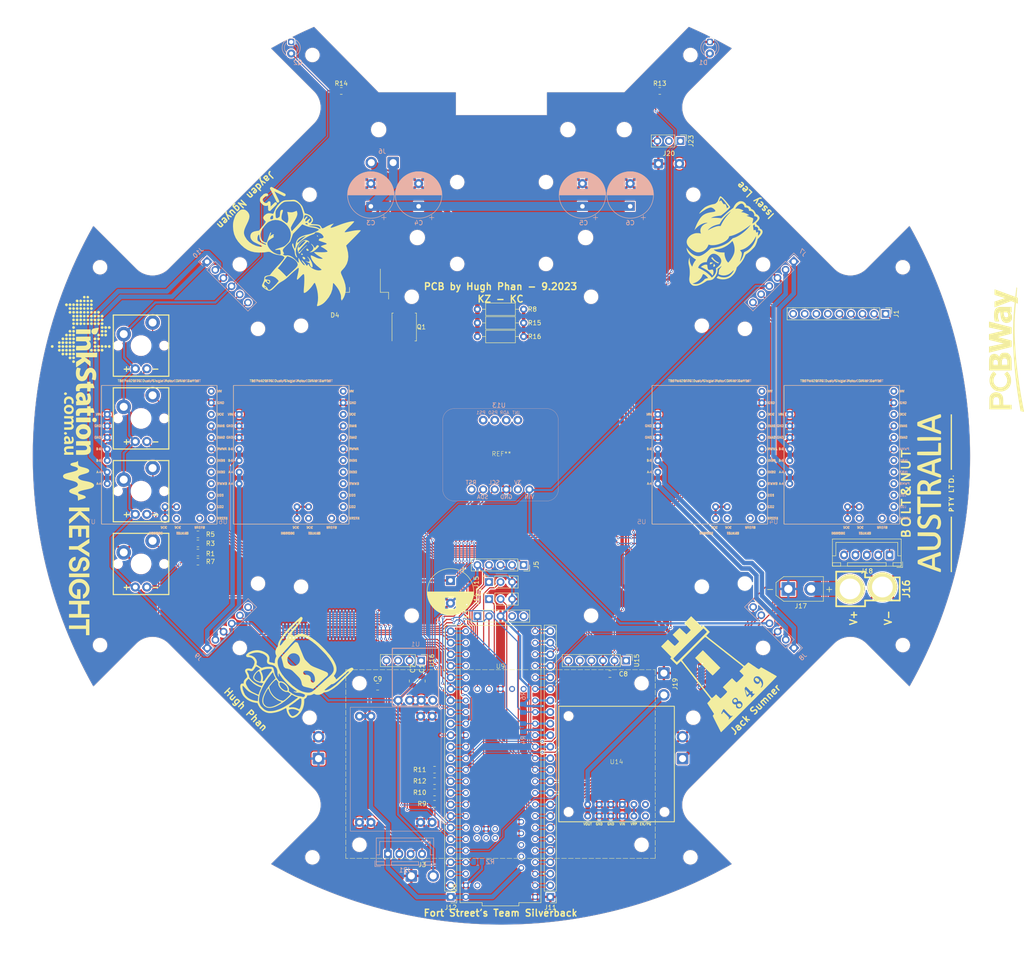
<source format=kicad_pcb>
(kicad_pcb (version 20221018) (generator pcbnew)
  (layers (0 "F.Cu" signal) (31 "B.Cu" signal) (34 "B.Paste" user) (35 "F.Paste" user) (36 "B.SilkS" user "B.Silkscreen") (37 "F.SilkS" user "F.Silkscreen") (38 "B.Mask" user) (39 "F.Mask" user) (44 "Edge.Cuts" user))
  (net 0 "")
  (net 1 "+3V3")
  (net 2 "GND")
  (net 3 "/2")
  (net 4 "+15V")
  (net 5 "+5V")
  (net 6 "Net-(J7-Pin_1)")
  (net 7 "/30")
  (net 8 "/31")
  (net 9 "/28")
  (net 10 "/29")
  (net 11 "Net-(J7-Pin_2)")
  (net 12 "Net-(J8-Pin_1)")
  (net 13 "/34")
  (net 14 "/35")
  (net 15 "Net-(J8-Pin_2)")
  (net 16 "/7")
  (net 17 "/8")
  (net 18 "/32")
  (net 19 "/18")
  (net 20 "/19")
  (net 21 "/0")
  (net 22 "/1")
  (net 23 "/3")
  (net 24 "/4")
  (net 25 "/5")
  (net 26 "/6")
  (net 27 "/9")
  (net 28 "/10")
  (net 29 "/11")
  (net 30 "/12")
  (net 31 "/24")
  (net 32 "/25")
  (net 33 "/14")
  (net 34 "/15")
  (net 35 "/23")
  (net 36 "/22")
  (net 37 "/21")
  (net 38 "/20")
  (net 39 "/17")
  (net 40 "/16")
  (net 41 "/13")
  (net 42 "/41")
  (net 43 "/40")
  (net 44 "/39")
  (net 45 "/38")
  (net 46 "/37")
  (net 47 "/36")
  (net 48 "/33")
  (net 58 "Net-(U7-HBMODE)")
  (net 69 "Net-(U4-HBMODE)")
  (net 80 "Net-(U5-HBMODE)")
  (net 82 "Net-(J9-Pin_1)")
  (net 83 "Net-(J9-Pin_2)")
  (net 84 "Net-(J10-Pin_1)")
  (net 85 "Net-(J10-Pin_2)")
  (net 87 "/27")
  (net 88 "/26")
  (net 97 "Net-(U6-HBMODE)")
  (net 108 "Net-(D4-A)")
  (net 110 "Net-(D1-A)")
  (net 112 "Net-(D4-K)")
  (net 113 "Net-(J16-Pin_1)")
  (net 114 "/ON{slash}OFF")
  (net 115 "/PROGRAM")
  (net 118 "Net-(J1-Pin_1)")
  (net 119 "Net-(J1-Pin_2)")
  (net 120 "Net-(J1-Pin_3)")
  (net 121 "/LINE BREAK")
  (net 122 "Net-(R1-Pad2)")
  (net 123 "Net-(R3-Pad2)")
  (net 124 "Net-(R5-Pad2)")
  (net 125 "Net-(R7-Pad2)")
  (net 127 "/RST")
  (net 132 "Net-(J1-Pin_4)")
  (net 133 "Net-(J1-Pin_5)")
  (net 137 "Net-(U9-OUT+)")
  (net 139 "unconnected-(U14-VRP-Pad4)")
  (net 141 "Net-(J19-Pin_2)")
  (net 145 "/3.3V_1")
  (net 146 "/3.3V_2")
  (footprint "2.3 PCBs:Main 3.1 3D Model" (layer "F.Cu") (at 150.199909 150.305214)
    (fp_text reference "REF**")
    (fp_text value "Main 3.1 3D Model")
    (fp_line (start -103 0.000001) (end -102.979864 2.036582) (stroke (width 0.05)) (layer "Edge.Cuts"))
    (fp_line (start -102.979864 -2.03658) (end -103 0.000001) (stroke (width 0.05)) (layer "Edge.Cuts"))
    (fp_line (start -102.979864 2.036582) (end -102.919463 4.072367) (stroke (width 0.05)) (layer "Edge.Cuts"))
    (fp_line (start -102.919463 -4.072365) (end -102.979864 -2.03658) (stroke (width 0.05)) (layer "Edge.Cuts"))
    (fp_line (start -102.919463 4.072367) (end -102.818821 6.10656) (stroke (width 0.05)) (layer "Edge.Cuts"))
    (fp_line (start -102.818821 -6.106558) (end -102.919463 -4.072365) (stroke (width 0.05)) (layer "Edge.Cuts"))
    (fp_line (start -102.818821 6.10656) (end -102.677977 8.138365) (stroke (width 0.05)) (layer "Edge.Cuts"))
    (fp_line (start -102.677977 -8.138363) (end -102.818821 -6.106558) (stroke (width 0.05)) (layer "Edge.Cuts"))
    (fp_line (start -102.677977 8.138365) (end -102.496987 10.166988) (stroke (width 0.05)) (layer "Edge.Cuts"))
    (fp_line (start -102.496987 -10.166986) (end -102.677977 -8.138363) (stroke (width 0.05)) (layer "Edge.Cuts"))
    (fp_line (start -102.496987 10.166988) (end -102.275921 12.191636) (stroke (width 0.05)) (layer "Edge.Cuts"))
    (fp_line (start -102.275921 -12.191634) (end -102.496987 -10.166986) (stroke (width 0.05)) (layer "Edge.Cuts"))
    (fp_line (start -102.275921 12.191636) (end -102.014865 14.211517) (stroke (width 0.05)) (layer "Edge.Cuts"))
    (fp_line (start -102.014866 -14.211515) (end -102.275921 -12.191634) (stroke (width 0.05)) (layer "Edge.Cuts"))
    (fp_line (start -102.014865 14.211517) (end -101.713923 16.225841) (stroke (width 0.05)) (layer "Edge.Cuts"))
    (fp_line (start -101.713923 -16.225839) (end -102.014866 -14.211515) (stroke (width 0.05)) (layer "Edge.Cuts"))
    (fp_line (start -101.713923 16.225841) (end -101.37321 18.233821) (stroke (width 0.05)) (layer "Edge.Cuts"))
    (fp_line (start -101.373211 -18.233819) (end -101.713923 -16.225839) (stroke (width 0.05)) (layer "Edge.Cuts"))
    (fp_line (start -101.37321 18.233821) (end -100.992861 20.234672) (stroke (width 0.05)) (layer "Edge.Cuts"))
    (fp_line (start -100.992862 -20.23467) (end -101.373211 -18.233819) (stroke (width 0.05)) (layer "Edge.Cuts"))
    (fp_line (start -100.992861 20.234672) (end -100.573025 22.227611) (stroke (width 0.05)) (layer "Edge.Cuts"))
    (fp_line (start -100.573025 -22.227609) (end -100.992862 -20.23467) (stroke (width 0.05)) (layer "Edge.Cuts"))
    (fp_line (start -100.573025 22.227611) (end -100.113865 24.211859) (stroke (width 0.05)) (layer "Edge.Cuts"))
    (fp_line (start -100.113865 -24.211857) (end -100.573025 -22.227609) (stroke (width 0.05)) (layer "Edge.Cuts"))
    (fp_line (start -100.113865 24.211859) (end -99.61556 26.18664) (stroke (width 0.05)) (layer "Edge.Cuts"))
    (fp_line (start -99.615561 -26.186639) (end -100.113865 -24.211857) (stroke (width 0.05)) (layer "Edge.Cuts"))
    (fp_line (start -99.61556 26.18664) (end -99.078307 28.151183) (stroke (width 0.05)) (layer "Edge.Cuts"))
    (fp_line (start -99.078307 -28.151181) (end -99.615561 -26.186639) (stroke (width 0.05)) (layer "Edge.Cuts"))
    (fp_line (start -99.078307 28.151183) (end -98.502314 30.104718) (stroke (width 0.05)) (layer "Edge.Cuts"))
    (fp_line (start -98.502315 -30.104717) (end -99.078307 -28.151181) (stroke (width 0.05)) (layer "Edge.Cuts"))
    (fp_line (start -98.502314 30.104718) (end -97.887808 32.046483) (stroke (width 0.05)) (layer "Edge.Cuts"))
    (fp_line (start -97.887808 -32.046481) (end -98.502315 -30.104717) (stroke (width 0.05)) (layer "Edge.Cuts"))
    (fp_line (start -97.887808 32.046483) (end -97.235027 33.975718) (stroke (width 0.05)) (layer "Edge.Cuts"))
    (fp_line (start -97.235028 -33.975716) (end -97.887808 -32.046481) (stroke (width 0.05)) (layer "Edge.Cuts"))
    (fp_line (start -97.235027 33.975718) (end -96.544229 35.891668) (stroke (width 0.05)) (layer "Edge.Cuts"))
    (fp_line (start -96.544229 -35.891667) (end -97.235028 -33.975716) (stroke (width 0.05)) (layer "Edge.Cuts"))
    (fp_line (start -96.544229 35.891668) (end -95.815682 37.793585) (stroke (width 0.05)) (layer "Edge.Cuts"))
    (fp_line (start -95.815682 -37.793584) (end -96.544229 -35.891667) (stroke (width 0.05)) (layer "Edge.Cuts"))
    (fp_line (start -95.815682 37.793585) (end -95.049671 39.680725) (stroke (width 0.05)) (layer "Edge.Cuts"))
    (fp_line (start -95.049672 -39.680723) (end -95.815682 -37.793584) (stroke (width 0.05)) (layer "Edge.Cuts"))
    (fp_line (start -95.049671 39.680725) (end -94.246497 41.55235) (stroke (width 0.05)) (layer "Edge.Cuts"))
    (fp_line (start -94.246498 -41.552348) (end -95.049672 -39.680723) (stroke (width 0.05)) (layer "Edge.Cuts"))
    (fp_line (start -94.246497 41.55235) (end -93.406473 43.407728) (stroke (width 0.05)) (layer "Edge.Cuts"))
    (fp_line (start -93.406473 -43.407726) (end -94.246498 -41.552348) (stroke (width 0.05)) (layer "Edge.Cuts"))
    (fp_line (start -93.406473 43.407728) (end -92.529927 45.246134) (stroke (width 0.05)) (layer "Edge.Cuts"))
    (fp_line (start -92.529927 -45.246132) (end -93.406473 -43.407726) (stroke (width 0.05)) (layer "Edge.Cuts"))
    (fp_line (start -92.529927 45.246134) (end -91.617202 47.066849) (stroke (width 0.05)) (layer "Edge.Cuts"))
    (fp_line (start -91.617203 -47.066847) (end -92.529927 -45.246132) (stroke (width 0.05)) (layer "Edge.Cuts"))
    (fp_line (start -91.617202 47.066849) (end -90.668656 48.869161) (stroke (width 0.05)) (layer "Edge.Cuts"))
    (fp_line (start -90.668656 -48.869159) (end -91.617203 -47.066847) (stroke (width 0.05)) (layer "Edge.Cuts"))
    (fp_line (start -90.668656 48.869161) (end -89.684658 50.652365) (stroke (width 0.05)) (layer "Edge.Cuts"))
    (fp_line (start -89.684658 -50.652363) (end -90.668656 -48.869159) (stroke (width 0.05)) (layer "Edge.Cuts"))
    (fp_line (start -89.684658 50.652365) (end -80.221264 41.188971) (stroke (width 0.05)) (layer "Edge.Cuts"))
    (fp_line (start -80.221264 -41.188969) (end -89.684658 -50.652363) (stroke (width 0.05)) (layer "Edge.Cuts"))
    (fp_line (start -80.221264 41.188971) (end -79.899668 40.894283) (stroke (width 0.05)) (layer "Edge.Cuts"))
    (fp_line (start -79.899668 -40.894281) (end -80.221264 -41.188969) (stroke (width 0.05)) (layer "Edge.Cuts"))
    (fp_line (start -79.899668 40.894283) (end -79.553612 40.628745) (stroke (width 0.05)) (layer "Edge.Cuts"))
    (fp_line (start -79.553612 -40.628743) (end -79.899668 -40.894281) (stroke (width 0.05)) (layer "Edge.Cuts"))
    (fp_line (start -79.553612 40.628745) (end -79.18573 40.394378) (stroke (width 0.05)) (layer "Edge.Cuts"))
    (fp_line (start -79.18573 -40.394376) (end -79.553612 -40.628743) (stroke (width 0.05)) (layer "Edge.Cuts"))
    (fp_line (start -79.18573 40.394378) (end -78.798821 40.192966) (stroke (width 0.05)) (layer "Edge.Cuts"))
    (fp_line (start -78.798821 -40.192964) (end -79.18573 -40.394376) (stroke (width 0.05)) (layer "Edge.Cuts"))
    (fp_line (start -78.798821 40.192966) (end -78.395831 40.026042) (stroke (width 0.05)) (layer "Edge.Cuts"))
    (fp_line (start -78.395831 -40.02604) (end -78.798821 -40.192964) (stroke (width 0.05)) (layer "Edge.Cuts"))
    (fp_line (start -78.395831 40.026042) (end -77.979825 39.894876) (stroke (width 0.05)) (layer "Edge.Cuts"))
    (fp_line (start -77.979825 -39.894874) (end -78.395831 -40.02604) (stroke (width 0.05)) (layer "Edge.Cuts"))
    (fp_line (start -77.979825 39.894876) (end -77.553971 39.800466) (stroke (width 0.05)) (layer "Edge.Cuts"))
    (fp_line (start -77.553971 -39.800464) (end -77.979825 -39.894874) (stroke (width 0.05)) (layer "Edge.Cuts"))
    (fp_line (start -77.553971 39.800466) (end -77.121509 39.743531) (stroke (width 0.05)) (layer "Edge.Cuts"))
    (fp_line (start -77.121509 -39.743529) (end -77.553971 -39.800464) (stroke (width 0.05)) (layer "Edge.Cuts"))
    (fp_line (start -77.121509 39.743531) (end -76.68573 39.724505) (stroke (width 0.05)) (layer "Edge.Cuts"))
    (fp_line (start -76.68573 -39.724503) (end -77.121509 -39.743529) (stroke (width 0.05)) (layer "Edge.Cuts"))
    (fp_line (start -76.68573 39.724505) (end -76.249951 39.743531) (stroke (width 0.05)) (layer "Edge.Cuts"))
    (fp_line (start -76.249951 -39.743529) (end -76.68573 -39.724503) (stroke (width 0.05)) (layer "Edge.Cuts"))
    (fp_line (start -76.249951 39.743531) (end -75.817489 39.800466) (stroke (width 0.05)) (layer "Edge.Cuts"))
    (fp_line (start -75.817489 -39.800464) (end -76.249951 -39.743529) (stroke (width 0.05)) (layer "Edge.Cuts"))
    (fp_line (start -75.817489 39.800466) (end -75.391635 39.894876) (stroke (width 0.05)) (layer "Edge.Cuts"))
    (fp_line (start -75.391635 -39.894874) (end -75.817489 -39.800464) (stroke (width 0.05)) (layer "Edge.Cuts"))
    (fp_line (start -75.391635 39.894876) (end -74.975629 40.026042) (stroke (width 0.05)) (layer "Edge.Cuts"))
    (fp_line (start -74.975629 -40.02604) (end -75.391635 -39.894874) (stroke (width 0.05)) (layer "Edge.Cuts"))
    (fp_line (start -74.975629 40.026042) (end -74.572639 40.192966) (stroke (width 0.05)) (layer "Edge.Cuts"))
    (fp_line (start -74.572639 -40.192964) (end -74.975629 -40.02604) (stroke (width 0.05)) (layer "Edge.Cuts"))
    (fp_line (start -74.572639 40.192966) (end -74.18573 40.394378) (stroke (width 0.05)) (layer "Edge.Cuts"))
    (fp_line (start -74.18573 -40.394376) (end -74.572639 -40.192964) (stroke (width 0.05)) (layer "Edge.Cuts"))
    (fp_line (start -74.18573 40.394378) (end -73.817848 40.628745) (stroke (width 0.05)) (layer "Edge.Cuts"))
    (fp_line (start -73.817848 -40.628743) (end -74.18573 -40.394376) (stroke (width 0.05)) (layer "Edge.Cuts"))
    (fp_line (start -73.817848 40.628745) (end -73.471792 40.894283) (stroke (width 0.05)) (layer "Edge.Cuts"))
    (fp_line (start -73.471792 -40.894281) (end -73.817848 -40.628743) (stroke (width 0.05)) (layer "Edge.Cuts"))
    (fp_line (start -73.471792 40.894283) (end -73.150196 41.188971) (stroke (width 0.05)) (layer "Edge.Cuts"))
    (fp_line (start -73.150196 -41.188969) (end -73.471792 -40.894281) (stroke (width 0.05)) (layer "Edge.Cuts"))
    (fp_line (start -73.150196 41.188971) (end -41.18897 73.150197) (stroke (width 0.05)) (layer "Edge.Cuts"))
    (fp_line (start -50.652364 -89.684658) (end -41.18897 -80.221263) (stroke (width 0.05)) (layer "Edge.Cuts"))
    (fp_line (start -50.652364 89.68466) (end -48.86916 90.668657) (stroke (width 0.05)) (layer "Edge.Cuts"))
    (fp_line (start -48.86916 90.668657) (end -47.066848 91.617204) (stroke (width 0.05)) (layer "Edge.Cuts"))
    (fp_line (start -48.79713 -90.707442) (end -50.652364 -89.684658) (stroke (width 0.05)) (layer "Edge.Cuts"))
    (fp_line (start -47.066848 91.617204) (end -45.246133 92.529929) (stroke (width 0.05)) (layer "Edge.Cuts"))
    (fp_line (start -46.921253 -91.691853) (end -48.79713 -90.707442) (stroke (width 0.05)) (layer "Edge.Cuts"))
    (fp_line (start -45.246133 92.529929) (end -43.407727 93.406474) (stroke (width 0.05)) (layer "Edge.Cuts"))
    (fp_line (start -45.025527 -92.637475) (end -46.921253 -91.691853) (stroke (width 0.05)) (layer "Edge.Cuts"))
    (fp_line (start -43.407727 93.406474) (end -41.552349 94.246499) (stroke (width 0.05)) (layer "Edge.Cuts"))
    (fp_line (start -43.110753 -93.543908) (end -45.025527 -92.637475) (stroke (width 0.05)) (layer "Edge.Cuts"))
    (fp_line (start -41.552349 94.246499) (end -39.680724 95.049673) (stroke (width 0.05)) (layer "Edge.Cuts"))
    (fp_line (start -41.18897 -80.221263) (end -40.894282 -79.899667) (stroke (width 0.05)) (layer "Edge.Cuts"))
    (fp_line (start -41.18897 -73.150195) (end -73.150196 -41.188969) (stroke (width 0.05)) (layer "Edge.Cuts"))
    (fp_line (start -41.18897 73.150197) (end -40.894282 73.471793) (stroke (width 0.05)) (layer "Edge.Cuts"))
    (fp_line (start -41.18897 80.221265) (end -50.652364 89.68466) (stroke (width 0.05)) (layer "Edge.Cuts"))
    (fp_line (start -41.177742 -94.410769) (end -43.110753 -93.543908) (stroke (width 0.05)) (layer "Edge.Cuts"))
    (fp_line (start -40.894282 -79.899667) (end -40.628743 -79.553611) (stroke (width 0.05)) (layer "Edge.Cuts"))
    (fp_line (start -40.894282 -73.471791) (end -41.18897 -73.150195) (stroke (width 0.05)) (layer "Edge.Cuts"))
    (fp_line (start -40.894282 73.471793) (end -40.628743 73.817849) (stroke (width 0.05)) (layer "Edge.Cuts"))
    (fp_line (start -40.894282 79.899669) (end -41.18897 80.221265) (stroke (width 0.05)) (layer "Edge.Cuts"))
    (fp_line (start -40.628743 -79.553611) (end -40.394376 -79.185729) (stroke (width 0.05)) (layer "Edge.Cuts"))
    (fp_line (start -40.628743 -73.817847) (end -40.894282 -73.471791) (stroke (width 0.05)) (layer "Edge.Cuts"))
    (fp_line (start -40.628743 73.817849) (end -40.394376 74.185731) (stroke (width 0.05)) (layer "Edge.Cuts"))
    (fp_line (start -40.628743 79.553613) (end -40.894282 79.899669) (stroke (width 0.05)) (layer "Edge.Cuts"))
    (fp_line (start -40.394376 -79.185729) (end -40.192964 -78.798821) (stroke (width 0.05)) (layer "Edge.Cuts"))
    (fp_line (start -40.394376 -74.185729) (end -40.628743 -73.817847) (stroke (width 0.05)) (layer "Edge.Cuts"))
    (fp_line (start -40.394376 74.185731) (end -40.192964 74.572639) (stroke (width 0.05)) (layer "Edge.Cuts"))
    (fp_line (start -40.394376 79.185731) (end -40.628743 79.553613) (stroke (width 0.05)) (layer "Edge.Cuts"))
    (fp_line (start -40.192964 -78.798821) (end -40.02604 -78.39583) (stroke (width 0.05)) (layer "Edge.Cuts"))
    (fp_line (start -40.192964 -74.572637) (end -40.394376 -74.185729) (stroke (width 0.05)) (layer "Edge.Cuts"))
    (fp_line (start -40.192964 74.572639) (end -40.02604 74.97563) (stroke (width 0.05)) (layer "Edge.Cuts"))
    (fp_line (start -40.192964 78.798823) (end -40.394376 79.185731) (stroke (width 0.05)) (layer "Edge.Cuts"))
    (fp_line (start -40.02604 -78.39583) (end -39.894874 -77.979824) (stroke (width 0.05)) (layer "Edge.Cuts"))
    (fp_line (start -40.02604 -74.975628) (end -40.192964 -74.572637) (stroke (width 0.05)) (layer "Edge.Cuts"))
    (fp_line (start -40.02604 74.97563) (end -39.894874 75.391636) (stroke (width 0.05)) (layer "Edge.Cuts"))
    (fp_line (start -40.02604 78.395832) (end -40.192964 78.798823) (stroke (width 0.05)) (layer "Edge.Cuts"))
    (fp_line (start -39.894874 -77.979824) (end -39.800464 -77.55397) (stroke (width 0.05)) (layer "Edge.Cuts"))
    (fp_line (start -39.894874 -75.391634) (end -40.02604 -74.975628) (stroke (width 0.05)) (layer "Edge.Cuts"))
    (fp_line (start -39.894874 75.391636) (end -39.800464 75.81749) (stroke (width 0.05)) (layer "Edge.Cuts"))
    (fp_line (start -39.894874 77.979826) (end -40.02604 78.395832) (stroke (width 0.05)) (layer "Edge.Cuts"))
    (fp_line (start -39.800464 -77.55397) (end -39.74353 -77.121508) (stroke (width 0.05)) (layer "Edge.Cuts"))
    (fp_line (start -39.800464 -75.817488) (end -39.894874 -75.391634) (stroke (width 0.05)) (layer "Edge.Cuts"))
    (fp_line (start -39.800464 75.81749) (end -39.74353 76.249952) (stroke (width 0.05)) (layer "Edge.Cuts"))
    (fp_line (start -39.800464 77.553972) (end -39.894874 77.979826) (stroke (width 0.05)) (layer "Edge.Cuts"))
    (fp_line (start -39.74353 -77.121508) (end -39.724503 -76.685729) (stroke (width 0.05)) (layer "Edge.Cuts"))
    (fp_line (start -39.74353 -76.24995) (end -39.800464 -75.817488) (stroke (width 0.05)) (layer "Edge.Cuts"))
    (fp_line (start -39.74353 76.249952) (end -39.724503 76.685731) (stroke (width 0.05)) (layer "Edge.Cuts"))
    (fp_line (start -39.74353 77.12151) (end -39.800464 77.553972) (stroke (width 0.05)) (layer "Edge.Cuts"))
    (fp_line (start -39.724503 -76.685729) (end -39.74353 -76.24995) (stroke (width 0.05)) (layer "Edge.Cuts"))
    (fp_line (start -39.724503 76.685731) (end -39.74353 77.12151) (stroke (width 0.05)) (layer "Edge.Cuts"))
    (fp_line (start -39.680724 95.049673) (end -37.793584 95.815684) (stroke (width 0.05)) (layer "Edge.Cuts"))
    (fp_line (start -37.793584 95.815684) (end -35.891667 96.54423) (stroke (width 0.05)) (layer "Edge.Cuts"))
    (fp_line (start -35.891667 96.54423) (end -33.975717 97.235029) (stroke (width 0.05)) (layer "Edge.Cuts"))
    (fp_line (start -33.975717 97.235029) (end -32.046482 97.887809) (stroke (width 0.05)) (layer "Edge.Cuts"))
    (fp_line (start -32.046482 97.887809) (end -30.104717 98.502316) (stroke (width 0.05)) (layer "Edge.Cuts"))
    (fp_line (start -30.104717 98.502316) (end -28.151182 99.078308) (stroke (width 0.05)) (layer "Edge.Cuts"))
    (fp_line (start -28.151182 99.078308) (end -26.186639 99.615562) (stroke (width 0.05)) (layer "Edge.Cuts"))
    (fp_line (start -26.999693 -79.999686) (end -41.177742 -94.410769) (stroke (width 0.05)) (layer "Edge.Cuts"))
    (fp_line (start -26.186639 99.615562) (end -24.211858 100.113866) (stroke (width 0.05)) (layer "Edge.Cuts"))
    (fp_line (start -24.211858 100.113866) (end -22.22761 100.573026) (stroke (width 0.05)) (layer "Edge.Cuts"))
    (fp_line (start -22.22761 100.573026) (end -20.234671 100.992863) (stroke (width 0.05)) (layer "Edge.Cuts"))
    (fp_line (start -20.234671 100.992863) (end -18.23382 101.373212) (stroke (width 0.05)) (layer "Edge.Cuts"))
    (fp_line (start -18.23382 101.373212) (end -16.22584 101.713924) (stroke (width 0.05)) (layer "Edge.Cuts"))
    (fp_line (start -16.22584 101.713924) (end -14.211516 102.014867) (stroke (width 0.05)) (layer "Edge.Cuts"))
    (fp_line (start -14.211516 102.014867) (end -12.191635 102.275922) (stroke (width 0.05)) (layer "Edge.Cuts"))
    (fp_line (start -12.191635 102.275922) (end -10.166987 102.496988) (stroke (width 0.05)) (layer "Edge.Cuts"))
    (fp_line (start -10.166987 102.496988) (end -8.138364 102.677978) (stroke (width 0.05)) (layer "Edge.Cuts"))
    (fp_line (start -10 -79.999686) (end -26.999693 -79.999686) (stroke (width 0.05)) (layer "Edge.Cuts"))
    (fp_line (start -10 -75) (end -10 -79.999686) (stroke (width 0.05)) (layer "Edge.Cuts"))
    (fp_line (start -8.138364 102.677978) (end -6.106559 102.818822) (stroke (width 0.05)) (layer "Edge.Cuts"))
    (fp_line (start -6.106559 102.818822) (end -4.072366 102.919464) (stroke (width 0.05)) (layer "Edge.Cuts"))
    (fp_line (start -4.072366 102.919464) (end -2.036581 102.979865) (stroke (width 0.05)) (layer "Edge.Cuts"))
    (fp_line (start -2.036581 102.979865) (end 0 103.000001) (stroke (width 0.05)) (layer "Edge.Cuts"))
    (fp_line (start 0 103.000001) (end 2.036581 102.979865) (stroke (width 0.05)) (layer "Edge.Cuts"))
    (fp_line (start 2.036581 102.979865) (end 4.072366 102.919464) (stroke (width 0.05)) (layer "Edge.Cuts"))
    (fp_line (start 4.072366 102.919464) (end 6.106559 102.818822) (stroke (width 0.05)) (layer "Edge.Cuts"))
    (fp_line (start 6.106559 102.818822) (end 8.138364 102.677978) (stroke (width 0.05)) (layer "Edge.Cuts"))
    (fp_line (start 8.138364 102.677978) (end 10.166987 102.496988) (stroke (width 0.05)) (layer "Edge.Cuts"))
    (fp_line (start 10 -79.999686) (end 10 -75) (stroke (width 0.05)) (layer "Edge.Cuts"))
    (fp_line (start 10 -75) (end -10 -75) (stroke (width 0.05)) (layer "Edge.Cuts"))
    (fp_line (start 10.166987 102.496988) (end 12.191635 102.275922) (stroke (width 0.05)) (layer "Edge.Cuts"))
    (fp_line (start 12.191635 102.275922) (end 14.211516 102.014867) (stroke (width 0.05)) (layer "Edge.Cuts"))
    (fp_line (start 14.211516 102.014867) (end 16.22584 101.713924) (stroke (width 0.05)) (layer "Edge.Cuts"))
    (fp_line (start 16.22584 101.713924) (end 18.23382 101.373212) (stroke (width 0.05)) (layer "Edge.Cuts"))
    (fp_line (start 18.23382 101.373212) (end 20.234671 100.992863) (stroke (width 0.05)) (layer "Edge.Cuts"))
    (fp_line (start 20.234671 100.992863) (end 22.22761 100.573026) (stroke (width 0.05)) (layer "Edge.Cuts"))
    (fp_line (start 22.22761 100.573026) (end 24.211858 100.113866) (stroke (width 0.05)) (layer "Edge.Cuts"))
    (fp_line (start 24.211858 100.113866) (end 26.186639 99.615562) (stroke (width 0.05)) (layer "Edge.Cuts"))
    (fp_line (start 26.186639 99.615562) (end 28.151182 99.078308) (stroke (width 0.05)) (layer "Edge.Cuts"))
    (fp_line (start 26.999693 -79.999686) (end 10 -79.999686) (stroke (width 0.05)) (layer "Edge.Cuts"))
    (fp_line (start 28.151182 99.078308) (end 30.104717 98.502316) (stroke (width 0.05)) (layer "Edge.Cuts"))
    (fp_line (start 30.104717 98.502316) (end 32.046482 97.887809) (stroke (width 0.05)) (layer "Edge.Cuts"))
    (fp_line (start 32.046482 97.887809) (end 33.975717 97.235029) (stroke (width 0.05)) (layer "Edge.Cuts"))
    (fp_line (start 33.975717 97.235029) (end 35.891667 96.54423) (stroke (width 0.05)) (layer "Edge.Cuts"))
    (fp_line (start 35.891667 96.54423) (end 37.793584 95.815684) (stroke (width 0.05)) (layer "Edge.Cuts"))
    (fp_line (start 37.793584 95.815684) (end 39.680724 95.049673) (stroke (width 0.05)) (layer "Edge.Cuts"))
    (fp_line (start 39.680724 95.049673) (end 41.552349 94.246499) (stroke (width 0.05)) (layer "Edge.Cuts"))
    (fp_line (start 39.724503 -76.685729) (end 39.74353 -77.121508) (stroke (width 0.05)) (layer "Edge.Cuts"))
    (fp_line (start 39.724506 76.685731) (end 39.743532 76.249952) (stroke (width 0.05)) (layer "Edge.Cuts"))
    (fp_line (start 39.74353 -77.121508) (end 39.800464 -77.55397) (stroke (width 0.05)) (layer "Edge.Cuts"))
    (fp_line (start 39.74353 -76.249951) (end 39.724503 -76.685729) (stroke (width 0.05)) (layer "Edge.Cuts"))
    (fp_line (start 39.743532 76.249952) (end 39.800467 75.81749) (stroke (width 0.05)) (layer "Edge.Cuts"))
    (fp_line (start 39.743533 77.121509) (end 39.724506 76.685731) (stroke (width 0.05)) (layer "Edge.Cuts"))
    (fp_line (start 39.800464 -77.55397) (end 39.894874 -77.979825) (stroke (width 0.05)) (layer "Edge.Cuts"))
    (fp_line (start 39.800465 -75.817488) (end 39.74353 -76.249951) (stroke (width 0.05)) (layer "Edge.Cuts"))
    (fp_line (start 39.800467 75.81749) (end 39.894877 75.391636) (stroke (width 0.05)) (layer "Edge.Cuts"))
    (fp_line (start 39.800467 77.553971) (end 39.743533 77.121509) (stroke (width 0.05)) (layer "Edge.Cuts"))
    (fp_line (start 39.894874 -77.979825) (end 40.02604 -78.39583) (stroke (width 0.05)) (layer "Edge.Cuts"))
    (fp_line (start 39.894874 -75.391634) (end 39.800465 -75.817488) (stroke (width 0.05)) (layer "Edge.Cuts"))
    (fp_line (start 39.894877 75.391636) (end 40.026042 74.97563) (stroke (width 0.05)) (layer "Edge.Cuts"))
    (fp_line (start 39.894877 77.979826) (end 39.800467 77.553971) (stroke (width 0.05)) (layer "Edge.Cuts"))
    (fp_line (start 40.02604 -78.39583) (end 40.192964 -78.798821) (stroke (width 0.05)) (layer "Edge.Cuts"))
    (fp_line (start 40.026041 -74.975629) (end 39.894874 -75.391634) (stroke (width 0.05)) (layer "Edge.Cuts"))
    (fp_line (start 40.026042 74.97563) (end 40.192966 74.57264) (stroke (width 0.05)) (layer "Edge.Cuts"))
    (fp_line (start 40.026043 78.395831) (end 39.894877 77.979826) (stroke (width 0.05)) (layer "Edge.Cuts"))
    (fp_line (start 40.192964 -78.798821) (end 40.394376 -79.185729) (stroke (width 0.05)) (layer "Edge.Cuts"))
    (fp_line (start 40.192965 -74.572638) (end 40.026041 -74.975629) (stroke (width 0.05)) (layer "Edge.Cuts"))
    (fp_line (start 40.192966 74.57264) (end 40.394378 74.185731) (stroke (width 0.05)) (layer "Edge.Cuts"))
    (fp_line (start 40.192967 78.798821) (end 40.026043 78.395831) (stroke (width 0.05)) (layer "Edge.Cuts"))
    (fp_line (start 40.394376 -79.185729) (end 40.628743 -79.553611) (stroke (width 0.05)) (layer "Edge.Cuts"))
    (fp_line (start 40.394377 -74.185729) (end 40.192965 -74.572638) (stroke (width 0.05)) (layer "Edge.Cuts"))
    (fp_line (start 40.394378 74.185731) (end 40.628744 73.817849) (stroke (width 0.05)) (layer "Edge.Cuts"))
    (fp_line (start 40.394379 79.18573) (end 40.192967 78.798821) (stroke (width 0.05)) (layer "Edge.Cuts"))
    (fp_line (start 40.628743 -79.553611) (end 40.894281 -79.899667) (stroke (width 0.05)) (layer "Edge.Cuts"))
    (fp_line (start 40.628744 -73.817847) (end 40.394377 -74.185729) (stroke (width 0.05)) (layer "Edge.Cuts"))
    (fp_line (start 40.628744 73.817849) (end 40.894282 73.471793) (stroke (width 0.05)) (layer "Edge.Cuts"))
    (fp_line (start 40.628745 79.553612) (end 40.394379 79.18573) (stroke (width 0.05)) (layer "Edge.Cuts"))
    (fp_line (start 40.894281 -79.899667) (end 41.18897 -80.221263) (stroke (width 0.05)) (layer "Edge.Cuts"))
    (fp_line (start 40.894282 -73.471792) (end 40.628744 -73.817847) (stroke (width 0.05)) (layer "Edge.Cuts"))
    (fp_line (start 40.894282 73.471793) (end 41.18897 73.150197) (stroke (width 0.05)) (layer "Edge.Cuts"))
    (fp_line (start 40.894283 79.899668) (end 40.628745 79.553612) (stroke (width 0.05)) (layer "Edge.Cuts"))
    (fp_line (start 41.177742 -94.410769) (end 26.999693 -79.999686) (stroke (width 0.05)) (layer "Edge.Cuts"))
    (fp_line (start 41.18897 -80.221263) (end 50.652364 -89.684658) (stroke (width 0.05)) (layer "Edge.Cuts"))
    (fp_line (start 41.18897 -73.150195) (end 40.894282 -73.471792) (stroke (width 0.05)) (layer "Edge.Cuts"))
    (fp_line (start 41.18897 73.150197) (end 73.150196 41.188971) (stroke (width 0.05)) (layer "Edge.Cuts"))
    (fp_line (start 41.18897 80.221265) (end 40.894283 79.899668) (stroke (width 0.05)) (layer "Edge.Cuts"))
    (fp_line (start 41.552349 94.246499) (end 43.407727 93.406474) (stroke (width 0.05)) (layer "Edge.Cuts"))
    (fp_line (start 43.110753 -93.543909) (end 41.177742 -94.410769) (stroke (width 0.05)) (layer "Edge.Cuts"))
    (fp_line (start 43.407727 93.406474) (end 45.246133 92.529929) (stroke (width 0.05)) (layer "Edge.Cuts"))
    (fp_line (start 45.025527 -92.637476) (end 43.110753 -93.543909) (stroke (width 0.05)) (layer "Edge.Cuts"))
    (fp_line (start 45.246133 92.529929) (end 47.066848 91.617204) (stroke (width 0.05)) (layer "Edge.Cuts"))
    (fp_line (start 46.921254 -91.691854) (end 45.025527 -92.637476) (stroke (width 0.05)) (layer "Edge.Cuts"))
    (fp_line (start 47.066848 91.617204) (end 48.86916 90.668657) (stroke (width 0.05)) (layer "Edge.Cuts"))
    (fp_line (start 48.797131 -90.707443) (end 46.921254 -91.691854) (stroke (width 0.05)) (layer "Edge.Cuts"))
    (fp_line (start 48.86916 90.668657) (end 50.652364 89.68466) (stroke (width 0.05)) (layer "Edge.Cuts"))
    (fp_line (start 50.652364 -89.684658) (end 48.797131 -90.707443) (stroke (width 0.05)) (layer "Edge.Cuts"))
    (fp_line (start 50.652364 89.68466) (end 41.18897 80.221265) (stroke (width 0.05)) (layer "Edge.Cuts"))
    (fp_line (start 73.150196 -41.188969) (end 41.18897 -73.150195) (stroke (width 0.05)) (layer "Edge.Cuts"))
    (fp_line (start 73.150196 41.188971) (end 73.471792 40.894283) (stroke (width 0.05)) (layer "Edge.Cuts"))
    (fp_line (start 73.471792 -40.894281) (end 73.150196 -41.188969) (stroke (width 0.05)) (layer "Edge.Cuts"))
    (fp_line (start 73.471792 40.894283) (end 73.817848 40.628745) (stroke (width 0.05)) (layer "Edge.Cuts"))
    (fp_line (start 73.817848 -40.628743) (end 73.471792 -40.894281) (stroke (width 0.05)) (layer "Edge.Cuts"))
    (fp_line (start 73.817848 40.628745) (end 74.18573 40.394378) (stroke (width 0.05)) (layer "Edge.Cuts"))
    (fp_line (start 74.18573 -40.394376) (end 73.817848 -40.628743) (stroke (width 0.05)) (layer "Edge.Cuts"))
    (fp_line (start 74.18573 40.394378) (end 74.572639 40.192966) (stroke (width 0.05)) (layer "Edge.Cuts"))
    (fp_line (start 74.572639 -40.192964) (end 74.18573 -40.394376) (stroke (width 0.05)) (layer "Edge.Cuts"))
    (fp_line (start 74.572639 40.192966) (end 74.975629 40.026042) (stroke (width 0.05)) (layer "Edge.Cuts"))
    (fp_line (start 74.975629 -40.02604) (end 74.572639 -40.192964) (stroke (width 0.05)) (layer "Edge.Cuts"))
    (fp_line (start 74.975629 40.026042) (end 75.391635 39.894876) (stroke (width 0.05)) (layer "Edge.Cuts"))
    (fp_line (start 75.391635 -39.894874) (end 74.975629 -40.02604) (stroke (width 0.05)) (layer "Edge.Cuts"))
    (fp_line (start 75.391635 39.894876) (end 75.817489 39.800466) (stroke (width 0.05)) (layer "Edge.Cuts"))
    (fp_line (start 75.817489 -39.800464) (end 75.391635 -39.894874) (stroke (width 0.05)) (layer "Edge.Cuts"))
    (fp_line (start 75.817489 39.800466) (end 76.249951 39.743531) (stroke (width 0.05)) (layer "Edge.Cuts"))
    (fp_line (start 76.249951 -39.743529) (end 75.817489 -39.800464) (stroke (width 0.05)) (layer "Edge.Cuts"))
    (fp_line (start 76.249951 39.743531) (end 76.68573 39.724505) (stroke (width 0.05)) (layer "Edge.Cuts"))
    (fp_line (start 76.68573 -39.724503) (end 76.249951 -39.743529) (stroke (width 0.05)) (layer "Edge.Cuts"))
    (fp_line (start 76.68573 39.724505) (end 77.121509 39.743531) (stroke (width 0.05)) (layer "Edge.Cuts"))
    (fp_line (start 77.121509 -39.743529) (end 76.68573 -39.724503) (stroke (width 0.05)) (layer "Edge.Cuts"))
    (fp_line (start 77.121509 39.743531) (end 77.553971 39.800466) (stroke (width 0.05)) (layer "Edge.Cuts"))
    (fp_line (start 77.553971 -39.800464) (end 77.121509 -39.743529) (stroke (width 0.05)) (layer "Edge.Cuts"))
    (fp_line (start 77.553971 39.800466) (end 77.979825 39.894876) (stroke (width 0.05)) (layer "Edge.Cuts"))
    (fp_line (start 77.979825 -39.894874) (end 77.553971 -39.800464) (stroke (width 0.05)) (layer "Edge.Cuts"))
    (fp_line (start 77.979825 39.894876) (end 78.395831 40.026042) (stroke (width 0.05)) (layer "Edge.Cuts"))
    (fp_line (start 78.395831 -40.02604) (end 77.979825 -39.894874) (stroke (width 0.05)) (layer "Edge.Cuts"))
    (fp_line (start 78.395831 40.026042) (end 78.798821 40.192966) (stroke (width 0.05)) (layer "Edge.Cuts"))
    (fp_line (start 78.798821 -40.192964) (end 78.395831 -40.02604) (stroke (width 0.05)) (layer "Edge.Cuts"))
    (fp_line (start 78.798821 40.192966) (end 79.18573 40.394378) (stroke (width 0.05)) (layer "Edge.Cuts"))
    (fp_line (start 79.18573 -40.394376) (end 78.798821 -40.192964) (stroke (width 0.05)) (layer "Edge.Cuts"))
    (fp_line (start 79.18573 40.394378) (end 79.553612 40.628745) (stroke (width 0.05)) (layer "Edge.Cuts"))
    (fp_line (start 79.553612 -40.628743) (end 79.18573 -40.394376) (stroke (width 0.05)) (layer "Edge.Cuts"))
    (fp_line (start 79.553612 40.628745) (end 79.899668 40.894283) (stroke (width 0.05)) (layer "Edge.Cuts"))
    (fp_line (start 79.899668 -40.894281) (end 79.553612 -40.628743) (stroke (width 0.05)) (layer "Edge.Cuts"))
    (fp_line (start 79.899668 40.894283) (end 80.221264 41.188971) (stroke (width 0.05)) (layer "Edge.Cuts"))
    (fp_line (start 80.221264 -41.188969) (end 79.899668 -40.894281) (stroke (width 0.05)) (layer "Edge.Cuts"))
    (fp_line (start 80.221264 41.188971) (end 89.684659 50.652365) (stroke (width 0.05)) (layer "Edge.Cuts"))
    (fp_line (start 89.684659 -50.652363) (end 80.221264 -41.188969) (stroke (width 0.05)) (layer "Edge.Cuts"))
    (fp_line (start 89.684659 50.652365) (end 90.668656 48.86916) (stroke (width 0.05)) (layer "Edge.Cuts"))
    (fp_line (start 90.668656 -48.869159) (end 89.684659 -50.652363) (stroke (width 0.05)) (layer "Edge.Cuts"))
    (fp_line (start 90.668656 48.86916) (end 91.617202 47.066848) (stroke (width 0.05)) (layer "Edge.Cuts"))
    (fp_line (start 91.617202 47.066848) (end 92.529927 45.246133) (stroke (width 0.05)) (layer "Edge.Cuts"))
    (fp_line (start 91.617203 -47.066847) (end 90.668656 -48.869159) (stroke (width 0.05)) (layer "Edge.Cuts"))
    (fp_line (start 92.529927 -45.246132) (end 91.617203 -47.066847) (stroke (width 0.05)) (layer "Edge.Cuts"))
    (fp_line (start 92.529927 45.246133) (end 93.406473 43.407728) (stroke (width 0.05)) (layer "Edge.Cuts"))
    (fp_line (start 93.406473 -43.407726) (end 92.529927 -45.246132) (stroke (width 0.05)) (layer "Edge.Cuts"))
    (fp_line (start 93.406473 43.407728) (end 94.246497 41.55235) (stroke (width 0.05)) (layer "Edge.Cuts"))
    (fp_line (start 94.246497 41.55235) (end 95.049671 39.680725) (stroke (width 0.05)) (layer "Edge.Cuts"))
    (fp_line (start 94.246498 -41.552348) (end 93.406473 -43.407726) (stroke (width 0.05)) (layer "Edge.Cuts"))
    (fp_line (start 95.049671 39.680725) (end 95.815682 37.793585) (stroke (width 0.05)) (layer "Edge.Cuts"))
    (fp_line (start 95.049672 -39.680723) (end 94.246498 -41.552348) (stroke (width 0.05)) (layer "Edge.Cuts"))
    (fp_line (start 95.815682 -37.793583) (end 95.049672 -39.680723) (stroke (width 0.05)) (layer "Edge.Cuts"))
    (fp_line (start 95.815682 37.793585) (end 96.544229 35.891668) (stroke (width 0.05)) (layer "Edge.Cuts"))
    (fp_line (start 96.544229 -35.891666) (end 95.815682 -37.793583) (stroke (width 0.05)) (layer "Edge.Cuts"))
    (fp_line (start 96.544229 35.891668) (end 97.235027 33.975718) (stroke (width 0.05)) (layer "Edge.Cuts"))
    (fp_line (start 97.235027 33.975718) (end 97.887808 32.046483) (stroke (width 0.05)) (layer "Edge.Cuts"))
    (fp_line (start 97.235028 -33.975716) (end 96.544229 -35.891666) (stroke (width 0.05)) (layer "Edge.Cuts"))
    (fp_line (start 97.887808 -32.046481) (end 97.235028 -33.975716) (stroke (width 0.05)) (layer "Edge.Cuts"))
    (fp_line (start 97.887808 32.046483) (end 98.502314 30.104718) (stroke (width 0.05)) (layer "Edge.Cuts"))
    (fp_line (start 98.502314 30.104718) (end 99.078307 28.151182) (stroke (width 0.05)) (layer "Edge.Cuts"))
    (fp_line (start 98.502315 -30.104716) (end 97.887808 -32.046481) (stroke (width 0.05)) (layer "Edge.Cuts"))
    (fp_line (start 99.078307 -28.151181) (end 98.502315 -30.104716) (stroke (width 0.05)) (layer "Edge.Cuts"))
    (fp_line (start 99.078307 28.151182) (end 99.61556 26.18664) (stroke (width 0.05)) (layer "Edge.Cuts"))
    (fp_line (start 99.61556 26.18664) (end 100.113864 24.211858) (stroke (width 0.05)) (layer "Edge.Cuts"))
    (fp_line (start 99.615561 -26.186638) (end 99.078307 -28.151181) (stroke (width 0.05)) (layer "Edge.Cuts"))
    (fp_line (start 100.113864 24.211858) (end 100.573024 22.22761) (stroke (width 0.05)) (layer "Edge.Cuts"))
    (fp_line (start 100.113865 -24.211857) (end 99.615561 -26.186638) (stroke (width 0.05)) (layer "Edge.Cuts"))
    (fp_line (start 100.573024 22.22761) (end 100.992861 20.234671) (stroke (width 0.05)) (layer "Edge.Cuts"))
    (fp_line (start 100.573025 -22.227609) (end 100.113865 -24.211857) (stroke (width 0.05)) (layer "Edge.Cuts"))
    (fp_line (start 100.992861 -20.23467) (end 100.573025 -22.227609) (stroke (width 0.05)) (layer "Edge.Cuts"))
    (fp_line (start 100.992861 20.234671) (end 101.37321 18.233821) (stroke (width 0.05)) (layer "Edge.Cuts"))
    (fp_line (start 101.37321 -18.233819) (end 100.992861 -20.23467) (stroke (width 0.05)) (layer "Edge.Cuts"))
    (fp_line (start 101.37321 18.233821) (end 101.713922 16.225841) (stroke (width 0.05)) (layer "Edge.Cuts"))
    (fp_line (start 101.713922 16.225841) (end 102.014865 14.211516) (stroke (width 0.05)) (layer "Edge.Cuts"))
    (fp_line (start 101.713923 -16.225839) (end 101.37321 -18.233819) (stroke (width 0.05)) (layer "Edge.Cuts"))
    (fp_line (start 102.014865 -14.211515) (end 101.713923 -16.225839) (stroke (width 0.05)) (layer "Edge.Cuts"))
    (fp_line (start 102.014865 14.211516) (end 102.275921 12.191636) (stroke (width 0.05)) (layer "Edge.Cuts"))
    (fp_line (start 102.275921 -12.191634) (end 102.014865 -14.211515) (stroke (width 0.05)) (layer "Edge.Cuts"))
    (fp_line (start 102.275921 12.191636) (end 102.496987 10.166988) (stroke (width 0.05)) (layer "Edge.Cuts"))
    (fp_line (start 102.496987 -10.166986) (end 102.275921 -12.191634) (stroke (width 0.05)) (layer "Edge.Cuts"))
    (fp_line (start 102.496987 10.166988) (end 102.677977 8.138365) (stroke (width 0.05)) (layer "Edge.Cuts"))
    (fp_line (start 102.677977 -8.138363) (end 102.496987 -10.166986) (stroke (width 0.05)) (layer "Edge.Cuts"))
    (fp_line (start 102.677977 8.138365) (end 102.81882 6.10656) (stroke (width 0.05)) (layer "Edge.Cuts"))
    (fp_line (start 102.81882 6.10656) (end 102.919462 4.072367) (stroke (width 0.05)) (layer "Edge.Cuts"))
    (fp_line (start 102.818821 -6.106558) (end 102.677977 -8.138363) (stroke (width 0.05)) (layer "Edge.Cuts"))
    (fp_line (start 102.919462 -4.072365) (end 102.818821 -6.106558) (stroke (width 0.05)) (layer "Edge.Cuts"))
    (fp_line (start 102.919462 4.072367) (end 102.979863 2.036582) (stroke (width 0.05)) (layer "Edge.Cuts"))
    (fp_line (start 102.979863 -2.03658) (end 102.919462 -4.072365) (stroke (width 0.05)) (layer "Edge.Cuts"))
    (fp_line (start 102.979863 2.036582) (end 103 0.000001) (stroke (width 0.05)) (layer "Edge.Cuts"))
    (fp_line (start 103 0.000001) (end 102.979863 -2.03658) (stroke (width 0.05)) (layer "Edge.Cuts"))
    (fp_circle (center -88.20844 -41.539391) (end -86.60844 -41.539391) (stroke (width 0.05)) (fill none) (layer "Edge.Cuts"))
    (fp_circle (center -88.20844 41.539393) (end -86.60844 41.539393) (stroke (width 0.05)) (fill none) (layer "Edge.Cuts"))
    (fp_circle (center -57.505459 -42.16124) (end -55.905459 -42.16124) (stroke (width 0.05)) (fill none) (layer "Edge.Cuts"))
    (fp_circle (center -57.505459 42.161244) (end -55.905459 42.161244) (stroke (width 0.05)) (fill none) (layer "Edge.Cuts"))
    (fp_circle (center -53.500001 -27.999999) (end -51.900001 -27.999999) (stroke (width 0.05)) (fill none) (layer "Edge.Cuts"))
    (fp_circle (center -53.500001 28.000002) (end -51.900001 28.000002) (stroke (width 0.05)) (fill none) (layer "Edge.Cuts"))
    (fp_circle (center -44.035075 -28.690856) (end -42.435075 -28.690856) (stroke (width 0.05)) (fill none) (layer "Edge.Cuts"))
    (fp_circle (center -44.035075 28.69086) (end -42.435075 28.69086) (stroke (width 0.05)) (fill none) (layer "Edge.Cuts"))
    (fp_circle (center -42.161242 -57.505457) (end -40.561242 -57.505457) (stroke (width 0.05)) (fill none) (layer "Edge.Cuts"))
    (fp_circle (center -42.161242 57.505461) (end -40.561242 57.505461) (stroke (width 0.05)) (fill none) (layer "Edge.Cuts"))
    (fp_circle (center -41.539392 -88.208439) (end -39.939392 -88.208439) (stroke (width 0.05)) (fill none) (layer "Edge.Cuts"))
    (fp_circle (center -41.539392 88.208441) (end -39.939392 88.208441) (stroke (width 0.05)) (fill none) (layer "Edge.Cuts"))
    (fp_circle (center -19.710601 -35.054817) (end -18.110601 -35.054817) (stroke (width 0.05)) (fill none) (layer "Edge.Cuts"))
    (fp_circle (center -19.710601 35.054821) (end -18.110601 35.054821) (stroke (width 0.05)) (fill none) (layer "Edge.Cuts"))
    (fp_circle (center -9.717814 -60.262316) (end -8.117814 -60.262316) (stroke (width 0.05)) (fill none) (layer "Edge.Cuts"))
    (fp_circle (center -9.717814 -42.262316) (end -8.117814 -42.262316) (stroke (width 0.05)) (fill none) (layer "Edge.Cuts"))
    (fp_circle (center 9.782186 -60.262316) (end 11.382186 -60.262316) (stroke (width 0.05)) (fill none) (layer "Edge.Cuts"))
    (fp_circle (center 9.782186 -42.262316) (end 11.382186 -42.262316) (stroke (width 0.05)) (fill none) (layer "Edge.Cuts"))
    (fp_circle (center 19.710602 -35.054817) (end 21.310602 -35.054817) (stroke (width 0.05)) (fill none) (layer "Edge.Cuts"))
    (fp_circle (center 19.710602 35.054821) (end 21.310602 35.054821) (stroke (width 0.05)) (fill none) (layer "Edge.Cuts"))
    (fp_circle (center 41.539393 -88.208439) (end 43.139393 -88.208439) (stroke (width 0.05)) (fill none) (layer "Edge.Cuts"))
    (fp_circle (center 41.539393 88.208441) (end 43.139393 88.208441) (stroke (width 0.05)) (fill none) (layer "Edge.Cuts"))
    (fp_circle (center 42.161242 -57.505457) (end 43.761242 -57.505457) (stroke (width 0.05)) (fill none) (layer "Edge.Cuts"))
    (fp_circle (center 42.161242 57.505461) (end 43.761242 57.505461) (stroke (width 0.05)) (fill none) (layer "Edge.Cuts"))
    (fp_circle (center 44.035075 -28.690856) (end 45.635075 -28.690856) (stroke (width 0.05)) (fill none) (layer "Edge.Cuts"))
    (fp_circle (center 44.035075 28.69086) (end 45.635075 28.69086) (stroke (width 0.05)) (fill none) (layer "Edge.Cuts"))
    (fp_circle (center 53.500001 -27.999999) (end 55.100001 -27.999999) (stroke (width 0.05)) (fill none) (layer "Edge.Cuts"))
    (fp_circle (center 53.500001 28.000002) (end 55.100001 28.000002) (stroke (width 0.05)) (fill none) (layer "Edge.Cuts"))
    (fp_circle (center 57.505459 -42.16124) (end 59.105459 -42.16124) (stroke (width 0.05)) (fill none) (layer "Edge.Cuts"))
    (fp_circle (center 57.505459 42.161244) (end 59.105459 42.161244) (stroke (width 0.05)) (fill none) (layer "Edge.Cuts"))
    (fp_circle (center 88.20844 -41.539391) (end 89.80844 -41.539391) (stroke (width 0.05)) (fill none) (layer "Edge.Cuts"))
    (fp_circle (center 88.20844 41.539393) (end 89.80844 41.539393) (stroke (width 0.05)) (fill none) (layer "Edge.Cuts"))
    (fp_curve (pts (xy -28.266011 -70.691909) (xy -27.653066 -69.980711) (xy -26.579636 -69.901061) (xy -25.868439 -70.514006)) (stroke (width 0.05)) (layer "Edge.Cuts"))
    (fp_curve (pts (xy -28.088109 -73.089481) (xy -28.799307 -72.476536) (xy -28.878956 -71.403106) (xy -28.266011 -70.691909)) (stroke (width 0.05)) (layer "Edge.Cuts"))
    (fp_curve (pts (xy -25.868439 -70.514006) (xy -25.157241 -71.126951) (xy -25.077592 -72.200381) (xy -25.690537 -72.911578)) (stroke (width 0.05)) (layer "Edge.Cuts"))
    (fp_curve (pts (xy -25.690537 -72.911578) (xy -26.303482 -73.622776) (xy -27.376912 -73.702426) (xy -28.088109 -73.089481)) (stroke (width 0.05)) (layer "Edge.Cuts"))
    (fp_curve (pts (xy -19.772096 -46.95651) (xy -19.159151 -46.245312) (xy -18.085721 -46.165662) (xy -17.374524 -46.778607)) (stroke (width 0.05)) (layer "Edge.Cuts"))
    (fp_curve (pts (xy -19.594194 -49.354082) (xy -20.305392 -48.741137) (xy -20.385041 -47.667707) (xy -19.772096 -46.95651)) (stroke (width 0.05)) (layer "Edge.Cuts"))
    (fp_curve (pts (xy -17.374524 -46.778607) (xy -16.663326 -47.391552) (xy -16.583677 -48.464982) (xy -17.196622 -49.176179)) (stroke (width 0.05)) (layer "Edge.Cuts"))
    (fp_curve (pts (xy -17.196622 -49.176179) (xy -17.809567 -49.887377) (xy -18.882997 -49.967027) (xy -19.594194 -49.354082)) (stroke (width 0.05)) (layer "Edge.Cuts"))
    (fp_curve (pts (xy 13.312884 -70.689229) (xy 13.925829 -69.978031) (xy 14.999258 -69.898381) (xy 15.710456 -70.511326)) (stroke (width 0.05)) (layer "Edge.Cuts"))
    (fp_curve (pts (xy 13.490786 -73.086801) (xy 12.779588 -72.473856) (xy 12.699939 -71.400426) (xy 13.312884 -70.689229)) (stroke (width 0.05)) (layer "Edge.Cuts"))
    (fp_curve (pts (xy 15.710456 -70.511326) (xy 16.421653 -71.124271) (xy 16.501303 -72.197701) (xy 15.888358 -72.908898)) (stroke (width 0.05)) (layer "Edge.Cuts"))
    (fp_curve (pts (xy 15.888358 -72.908898) (xy 15.275413 -73.620096) (xy 14.201983 -73.699746) (xy 13.490786 -73.086801)) (stroke (width 0.05)) (layer "Edge.Cuts"))
    (fp_curve (pts (xy 17.209035 -46.954126) (xy 17.82198 -46.242928) (xy 18.895409 -46.163279) (xy 19.606607 -46.776224)) (stroke (width 0.05)) (layer "Edge.Cuts"))
    (fp_curve (pts (xy 17.386937 -49.351698) (xy 16.675739 -48.738753) (xy 16.59609 -47.665324) (xy 17.209035 -46.954126)) (stroke (width 0.05)) (layer "Edge.Cuts"))
    (fp_curve (pts (xy 19.606607 -46.776224) (xy 20.317804 -47.389169) (xy 20.397454 -48.462598) (xy 19.784509 -49.173796)) (stroke (width 0.05)) (layer "Edge.Cuts"))
    (fp_curve (pts (xy 19.784509 -49.173796) (xy 19.171564 -49.884993) (xy 18.098134 -49.964643) (xy 17.386937 -49.351698)) (stroke (width 0.05)) (layer "Edge.Cuts"))
    (fp_curve (pts (xy 25.706001 -70.68843) (xy 26.318946 -69.977232) (xy 27.392375 -69.897583) (xy 28.103573 -70.510527)) (stroke (width 0.05)) (layer "Edge.Cuts"))
    (fp_curve (pts (xy 25.883903 -73.086002) (xy 25.172705 -72.473057) (xy 25.093056 -71.399627) (xy 25.706001 -70.68843)) (stroke (width 0.05)) (layer "Edge.Cuts"))
    (fp_curve (pts (xy 28.103573 -70.510527) (xy 28.81477 -71.123472) (xy 28.89442 -72.196902) (xy 28.281475 -72.9081)) (stroke (width 0.05)) (layer "Edge.Cuts"))
    (fp_curve (pts (xy 28.281475 -72.9081) (xy 27.66853 -73.619297) (xy 26.5951 -73.698947) (xy 25.883903 -73.086002)) (stroke (width 0.05)) (layer "Edge.Cuts"))
  )
  (footprint "Resistor_SMD:R_0805_2012Metric" (layer "F.Cu") (at 135.5 219.25 180)
    (fp_text reference "R11")
    (fp_text value "10K")
  )
  (footprint "Capacitor_SMD:C_0805_2012Metric" (layer "F.Cu") (at 132.7 199.75 90)
    (fp_text reference "C1")
    (fp_text value "10uF")
  )
  (footprint "Connectors:DEANS" (layer "F.Cu") (at 231.385 179.5 90)
    (fp_text reference "J16")
    (fp_text value "4S Battery" hide)
  )
  (footprint "Resistor_SMD:R_0805_2012Metric" (layer "F.Cu") (at 185 70)
    (fp_text reference "R13")
    (fp_text value "95R")
  )
  (footprint "Converter_DCDC:5V, 5.5A Step-Down Voltage Regulator D36V50F5" (layer "F.Cu") (at 175.5 218)
    (fp_text reference "U14")
    (fp_text value "~")
    (fp_circle (center -10.541 -10.541) (end -9.4488 -10.541) (stroke (width 0.05)) (fill none) (layer "Edge.Cuts"))
    (fp_circle (center -10.541 10.541) (end -9.4488 10.541) (stroke (width 0.05)) (fill none) (layer "Edge.Cuts"))
    (fp_circle (center 10.541 10.541) (end 11.6332 10.541) (stroke (width 0.05)) (fill none) (layer "Edge.Cuts"))
  )
  (footprint "Connector_PinSocket_2.54mm:PinSocket_1x03_P2.54mm_Vertical" (layer "F.Cu") (at 147.46 177.975 90)
    (fp_text reference "J15")
    (fp_text value "I2C")
  )
  (footprint "Resistor_SMD:R_0805_2012Metric" (layer "F.Cu") (at 83.5 173.5 180)
    (fp_text reference "R7")
    (fp_text value "30R")
  )
  (footprint "Connector_PinHeader_2.54mm:PinHeader_1x24_P2.54mm_Vertical" (layer "F.Cu") (at 160.94 247.21 180)
    (fp_text reference "J11")
    (fp_text value "LEFT HEADERS")
  )
  (footprint "Button_Switch_Keyboard:SW_Cherry_MX_3mmLED" (layer "F.Cu") (at 71 174)
    (fp_text reference "U12")
    (fp_text value "~")
  )
  (footprint "Connector_PinHeader_2.54mm:PinHeader_1x24_P2.54mm_Vertical" (layer "F.Cu") (at 139.05 247.21 180)
    (fp_text reference "J12")
    (fp_text value "RIGHT HEADERS")
  )
  (footprint "Resistor_SMD:R_0805_2012Metric" (layer "F.Cu") (at 83.5 167.5 180)
    (fp_text reference "R5")
    (fp_text value "30R")
  )
  (footprint "Converter_DCDC:Arduino Compatible DC-DC Boost Module with Display" (layer "F.Cu") (at 150 218)
    (fp_text reference "U9")
    (fp_text value "Arduino Compatible DC-DC Boost Module with Display")
    (fp_circle (center -31 -17.75) (end -29.4 -17.75) (stroke (width 0.05)) (fill none) (layer "Edge.Cuts"))
    (fp_circle (center -31 17.75) (end -29.4 17.75) (stroke (width 0.05)) (fill none) (layer "Edge.Cuts"))
    (fp_circle (center 31 -17.75) (end 32.6 -17.75) (stroke (width 0.05)) (fill none) (layer "Edge.Cuts"))
    (fp_circle (center 31 17.75) (end 32.6 17.75) (stroke (width 0.05)) (fill none) (layer "Edge.Cuts"))
  )
  (footprint "Connector_Wire:SolderWire-0.75sqmm_1x02_P4.8mm_D1.25mm_OD2.3mm" (layer "F.Cu") (at 130.4 242.6)
    (fp_text reference "J3")
    (fp_text value "BACKUP 3V3")
  )
  (footprint "Capacitor_SMD:C_0805_2012Metric" (layer "F.Cu") (at 130.7 199.75 90)
    (fp_text reference "C7")
    (fp_text value "10uF")
  )
  (footprint "Button_Switch_Keyboard:SW_Cherry_MX_3mmLED" (layer "F.Cu") (at 71 158)
    (fp_text reference "U3")
    (fp_text value "~")
  )
  (footprint "Connector_PinHeader_2.54mm:PinHeader_1x09_P2.54mm_Vertical" (layer "F.Cu") (at 234.64 119 -90)
    (fp_text reference "J1")
    (fp_text value "Battery Buzzer")
  )
  (footprint "Capacitor_SMD:C_0805_2012Metric" (layer "F.Cu") (at 174.05 198.2 180)
    (fp_text reference "C8")
    (fp_text value "10uF")
  )
  (footprint "Connector_PinHeader_2.54mm:PinHeader_1x04_P2.54mm_Vertical" (layer "F.Cu") (at 132.55 195.25 -90)
    (fp_text reference "U16")
    (fp_text value "Bluetooth_Module_(HC-06)")
  )
  (footprint "Resistor_THT:R_Axial_DIN0207_L6.3mm_D2.5mm_P10.16mm_Horizontal" (layer "F.Cu") (at 144.92 124)
    (fp_text reference "R16")
    (fp_text value "15R")
  )
  (footprint "Connector_PinSocket_2.54mm:PinSocket_1x03_P2.54mm_Vertical" (layer "F.Cu") (at 147.475 181.725 90)
    (fp_text reference "J14")
    (fp_text value "UART")
  )
  (footprint "LOGO" (layer "F.Cu") (at 196.563524 196.403245 45)
    (fp_text reference "G***" hide)
    (fp_text value "LOGO" hide)
  )
  (footprint "Connector_Wire:SolderWire-0.5sqmm_1x02_P4.6mm_D0.9mm_OD2.1mm" (layer "F.Cu") (at 184.7 86)
    (fp_text reference "J20")
    (fp_text value "ESC PWR")
  )
  (footprint "LOGO" (layer "F.Cu") (at 106.2 104.4 -135)
    (fp_text reference "G***" hide)
    (fp_text value "LOGO" hide)
  )
  (footprint "Resistor_SMD:R_0805_2012Metric" (layer "F.Cu") (at 135.5 226.75 180)
    (fp_text reference "R9")
    (fp_text value "10K")
  )
  (footprint "LOGO" (layer "F.Cu") (at 261.25 127 90)
    (fp_text reference "G***" hide)
    (fp_text value "LOGO" hide)
  )
  (footprint "Connector_PinHeader_2.54mm:PinHeader_1x05_P2.54mm_Vertical" (layer "F.Cu") (at 144.92 185.47 90)
    (fp_text reference "J13")
    (fp_text value "MID HEADERS")
  )
  (footprint "Resistor_SMD:R_0805_2012Metric" (layer "F.Cu") (at 135.5 221.75 180)
    (fp_text reference "R12")
    (fp_text value "10K")
  )
  (footprint "Connector_PinHeader_2.54mm:PinHeader_1x03_P2.54mm_Vertical" (layer "F.Cu") (at 189.54 81 -90)
    (fp_text reference "J23")
    (fp_text value "ESC PWM")
  )
  (footprint "LOGO" (layer "F.Cu") (at 57.25 170.5 -90)
    (fp_text reference "G***" hide)
    (fp_text value "LOGO" hide)
  )
  (footprint "LOGO" (layer "F.Cu") (at 197.674987 103.300201 135)
    (fp_text reference "G***" hide)
    (fp_text value "LOGO" hide)
  )
  (footprint "Resistor_SMD:R_0805_2012Metric" (layer "F.Cu") (at 83.5 171.5 180)
    (fp_text reference "R1")
    (fp_text value "30R")
  )
  (footprint "Capacitor_SMD:C_0805_2012Metric" (layer "F.Cu") (at 123 201)
    (fp_text reference "C9")
    (fp_text value "10uF")
  )
  (footprint "LOGO" (layer "F.Cu") (at 103.75 198 -45)
    (fp_text reference "G***" hide)
    (fp_text value "LOGO" hide)
  )
  (footprint "Resistor_SMD:R_0805_2012Metric" (layer "F.Cu") (at 135.5 224.25 180)
    (fp_text reference "R10")
    (fp_text value "10K")
  )
  (footprint "Package_TO_SOT_SMD:TDSON-8-1" (layer "F.Cu") (at 128.835 121.9 90)
    (fp_text reference "Q1")
    (fp_text value "BSC040N10NS5")
  )
  (footprint "Resistor_THT:R_Axial_DIN0207_L6.3mm_D2.5mm_P10.16mm_Horizontal" (layer "F.Cu") (at 144.92 121)
    (fp_text reference "R15")
    (fp_text value "15R")
  )
  (footprint "Button_Switch_Keyboard:SW_Cherry_MX_3mmLED" (layer "F.Cu") (at 71 142)
    (fp_text reference "U10")
    (fp_text value "~")
  )
  (footprint "Connector_JST:JST_XH_B5B-XH-A_1x05_P2.50mm_Vertical" (layer "F.Cu") (at 235.5 172.025 180)
    (fp_text reference "J18")
    (fp_text value "Batt Bal")
  )
  (footprint "Connector_PinSocket_2.54mm:PinSocket_1x05_P2.54mm_Vertical" (layer "F.Cu") (at 155.08 174.225 -90)
    (fp_text reference "J5")
    (fp_text value "SPI")
  )
  (footprint "Resistor_SMD:R_0805_2012Metric" (layer "F.Cu") (at 115 70)
    (fp_text reference "R14")
    (fp_text value "10K")
  )
  (footprint "Connector_Wire:SolderWire-0.75sqmm_1x02_P4.8mm_D1.25mm_OD2.3mm" (layer "F.Cu") (at 185.9 198 -90)
    (fp_text reference "J19")
    (fp_text value "5V PI")
  )
  (footprint "Connector_PinHeader_2.54mm:PinHeader_1x06_P2.54mm_Vertical" (layer "F.Cu") (at 177.6 195.25 -90)
    (fp_text reference "U15")
    (fp_text value "Bluetooth_Module_(HC-05)")
  )
  (footprint "DEV-16771:MODULE_DEV-16771" (layer "F.Cu") (at 150 218 90)
    (fp_text reference "U8")
    (fp_text value "DEV-16771")
  )
  (footprint "LOGO" (layer "F.Cu") (at 57.75 132.5 -90)
    (fp_text reference "G***" hide)
    (fp_text value "LOGO" hide)
  )
  (footprint "Button_Switch_Keyboard:SW_Cherry_MX_3mmLED" (layer "F.Cu") (at 71 126)
    (fp_text reference "U11")
    (fp_text value "~")
  )
  (footprint "LOGO" (layer "F.Cu") (at 243.5 158.5 90)
    (fp_text reference "G***" hide)
    (fp_text value "LOGO" hide)
  )
  (footprint "Resistor_SMD:R_0805_2012Metric" (layer "F.Cu") (at 83.5 169.5 180)
    (fp_text reference "R3")
    (fp_text value "30R")
  )
  (footprint "Connector_AMASS:AMASS_XT30UPB-F_1x02_P5.0mm_Vertical" (layer "F.Cu") (at 213.25 179.5)
    (fp_text reference "J17")
    (fp_text value "Power Switch")
  )
  (footprint "Resistor_THT:R_Axial_DIN0207_L6.3mm_D2.5mm_P10.16mm_Horizontal" (layer "F.Cu") (at 144.92 118)
    (fp_text reference "R8")
    (fp_text value "15R")
  )
  (footprint "Package_TO_SOT_SMD:TO-263-2" (layer "F.Cu") (at 120.2 119.1 -90)
    (fp_text reference "D4")
    (fp_text value "STTH2002G-TR\n")
  )
  (footprint "Capacitor_THT:CP_Radial_D10.0mm_P5.00mm" (layer "F.Cu") (at 139 177.632323 -90)
    (fp_text reference "C2")
    (fp_text value "100uF")
  )
  (footprint "Converter_DCDC:DC-DC Multi-output Buck Converter" (layer "B.Cu") (at 136.97 232.7925 90)
    (fp_text reference "U2")
    (fp_text value "~")
  )
  (footprint "Capacitor_THT:CP_Radial_D10.0mm_P5.00mm" (layer "B.Cu") (at 121.5 95.367677 90)
    (fp_text reference "C3")
    (fp_text value "750uF")
  )
  (footprint "Connector_PinSocket_2.54mm:PinSocket_1x06_P2.54mm_Vertical" (layer "B.Cu") (at 85.545227 192.490128 -45)
    (fp_text reference "J9")
    (fp_text value "Motor 3")
  )
  (footprint "Capacitor_THT:CP_Radial_D10.0mm_P5.00mm" (layer "B.Cu") (at 178.5 95.367677 90)
    (fp_text reference "C6")
    (fp_text value "750uF")
  )
  (footprint "Capacitor_THT:CP_Radial_D10.0mm_P5.00mm" (layer "B.Cu") (at 168 95.367677 90)
    (fp_text reference "C5")
    (fp_text value "750uF")
  )
  (footprint "Resistor_SMD:R_0805_2012Metric" (layer "B.Cu") (at 155 210 -90)
    (fp_text reference "R4")
    (fp_text value "10K")
  )
  (footprint "TB67H420FTG Dual_Single Motor Driver Carrier:TB67H420FTG DualSingle Motor Driver Carrier" (layer "B.Cu") (at 75 150 180)
    (fp_text reference "U7")
    (fp_text value "TB67H420FTG Dual/Single Motor Driver Carrier ")
  )
  (footprint "Connector_Wire:SolderWire-0.75sqmm_1x02_P4.8mm_D1.25mm_OD2.3mm" (layer "B.Cu") (at 126.4 85.75 180)
    (fp_text reference "J6")
    (fp_text value "Solenoid")
  )
  (footprint "Connector_PinSocket_2.54mm:PinSocket_1x06_P2.54mm_Vertical" (layer "B.Cu") (at 214.490128 192.454773 45)
    (fp_text reference "J8")
    (fp_text value "Motor 2")
  )
  (footprint "TB67H420FTG Dual_Single Motor Driver Carrier:TB67H420FTG DualSingle Motor Driver Carrier" (layer "B.Cu") (at 104 150 180)
    (fp_text reference "U6")
    (fp_text value "TB67H420FTG Dual/Single Motor Driver Carrier ")
  )
  (footprint "Connector_PinSocket_2.54mm:PinSocket_1x06_P2.54mm_Vertical" (layer "B.Cu") (at 214.454773 107.509872 135)
    (fp_text reference "J7")
    (fp_text value "Motor 1")
  )
  (footprint "Converter_DCDC:Pololu 3.3V, 500mA Step-Down Voltage Regulator D24V5F3" (layer "B.Cu") (at 131.3 198.9 180)
    (fp_text reference "U1")
    (fp_text value "~")
  )
  (footprint "Connector_PinSocket_2.54mm:PinSocket_1x06_P2.54mm_Vertical" (layer "B.Cu") (at 85.509872 107.545227 -135)
    (fp_text reference "J10")
    (fp_text value "Motor 4")
  )
  (footprint "2.3 PCBs:Adafruit IMU BNO055" (layer "B.Cu") (at 150 150 180)
    (fp_text reference "U13")
    (fp_text value "Adafruit_BNO055_STEMMA_QT")
  )
  (footprint "LED_THT:LED_D3.0mm" (layer "B.Cu") (at 104 59.225 -90)
    (fp_text reference "Q2")
    (fp_text value "Q_Photo_NPN")
  )
  (footprint "TB67H420FTG Dual_Single Motor Driver Carrier:TB67H420FTG DualSingle Motor Driver Carrier" (layer "B.Cu") (at 196 150 180)
    (fp_text reference "U5")
    (fp_text value "TB67H420FTG Dual/Single Motor Driver Carrier ")
  )
  (footprint "TB67H420FTG Dual_Single Motor Driver Carrier:TB67H420FTG DualSingle Motor Driver Carrier" (layer "B.Cu") (at 225 150 180)
    (fp_text reference "U4")
    (fp_text value "TB67H420FTG Dual/Single Motor Driver Carrier ")
  )
  (footprint "Resistor_SMD:R_0805_2012Metric" (layer "B.Cu") (at 145 239.5)
    (fp_text reference "R2")
    (fp_text value "10K")
  )
  (footprint "Resistor_SMD:R_0805_2012Metric" (layer "B.Cu") (at 155 205.75 90)
    (fp_text reference "R6")
    (fp_text value "10K")
  )
  (footprint "Connector_JST:JST_XH_B4B-XH-A_1x04_P2.50mm_Vertical" (layer "B.Cu") (at 125.25 237.775)
    (fp_text reference "J21")
    (fp_text value "Line")
  )
  (footprint "Capacitor_THT:CP_Radial_D10.0mm_P5.00mm" (layer "B.Cu") (at 132 95.367677 90)
    (fp_text reference "C4")
    (fp_text value "750uF")
  )
  (footprint "LED_THT:LED_D3.0mm" (layer "B.Cu") (at 196 59.225 -90)
    (fp_text reference "D1")
    (fp_text value "LED")
  )
  (gr_text "PCB by Hugh Phan - 9.2023" (at 150 113) (layer "F.SilkS") (effects (font (size 1.5 1.5) (thickness 0.3) bold)))
  (gr_text "Hugh Phan" (at 94 206 -45) (layer "F.SilkS") (effects (font (size 1.5 1.5) (thickness 0.3) bold)))
  (gr_text "Jack Sumner" (at 206 206 45) (layer "F.SilkS") (effects (font (size 1.5 1.5) (thickness 0.3) bold)))
  (gr_text "Issey Lee" (at 206 94 135) (layer "F.SilkS") (effects (font (size 1.5 1.5) (thickness 0.3) bold)))
  (gr_text "Jayden Nguyen" (at 94 94 225) (layer "F.SilkS") (effects (font (size 1.5 1.5) (thickness 0.3) bold)))
  (gr_text "KZ - KC" (at 150 115.75) (layer "F.SilkS") (effects (font (size 1.5 1.5) (thickness 0.3) bold)))
  (gr_text "Fort Street's Team Silverback" (at 150.000091 250.75) (layer "F.SilkS") (effects (font (size 1.5 1.5) (thickness 0.3) bold)))
  (gr_text "V3" (at 99.6 93.4 225) (layer "F.SilkS") (effects (font (size 3 3) (thickness 0.6) bold)))
  (segment (start 130.5 206.99) (end 130.5 215.1625) (width 0.25) (layer "F.Cu") (net 1))
  (segment (start 127.49 203.98) (end 130.77 200.7) (width 0.5) (layer "F.Cu") (net 1))
  (segment (start 130.77 200.7) (end 132.7 200.7) (width 0.5) (layer "F.Cu") (net 1))
  (segment (start 134.5875 219.25) (end 134.5875 226.75) (width 0.25) (layer "F.Cu") (net 1))
  (segment (start 132.7 200.7) (end 130.7 200.7) (width 0.5) (layer "F.Cu") (net 1))
  (segment (start 127.49 203.98) (end 130.5 206.99) (width 0.25) (layer "F.Cu") (net 1))
  (segment (start 130.5 215.1625) (end 134.5875 219.25) (width 0.25) (layer "F.Cu") (net 1))
  (segment (start 67.19 133.62) (end 69.73 131.08) (width 0.5) (layer "B.Cu") (net 1))
  (segment (start 90.933381 187.101974) (end 95.301974 187.101974) (width 0.5) (layer "B.Cu") (net 1))
  (segment (start 68.4 140.67) (end 67.19 139.46) (width 0.5) (layer "B.Cu") (net 1))
  (segment (start 97.5 106.331407) (end 90.898026 112.933381) (width 0.25) (layer "B.Cu") (net 1))
  (segment (start 209.066619 112.898026) (end 206.101974 112.898026) (width 0.5) (layer "B.Cu") (net 1))
  (segment (start 67.273441 123.543441) (end 67.19 123.46) (width 0.5) (layer "B.Cu") (net 1))
  (segment (start 64.566559 174.560614) (end 64.566559 168.243441) (width 0.5) (layer "B.Cu") (net 1))
  (segment (start 67.19 155.46) (end 67.19 149.62) (width 0.5) (layer "B.Cu") (net 1))
  (segment (start 69.73 179.08) (end 69.085945 179.08) (width 0.5) (layer "B.Cu") (net 1))
  (segment (start 84.79221 194.14221) (end 69.73 179.08) (width 0.5) (layer "B.Cu") (net 1))
  (segment (start 112 69.75) (end 112 80) (width 0.25) (layer "B.Cu") (net 1))
  (segment (start 67.19 149.62) (end 69.73 147.08) (width 0.5) (layer "B.Cu") (net 1))
  (segment (start 209.101974 187.066619) (end 176.316619 187.066619) (width 0.5) (layer "B.Cu") (net 1))
  (segment (start 85.731623 194.14221) (end 84.79221 194.14221) (width 0.5) (layer "B.Cu") (net 1))
  (segment (start 112.2 204) (end 112.22 203.98) (width 0.5) (layer "B.Cu") (net 1))
  (segment (start 112.22 203.98) (end 127.49 203.98) (width 0.5) (layer "B.Cu") (net 1))
  (segment (start 105.225 60.5625) (end 105.225 62.975) (width 0.25) (layer "B.Cu") (net 1))
  (segment (start 90.933381 187.101974) (end 90.933381 188.940452) (width 0.5) (layer "B.Cu") (net 1))
  (segment (start 112 80) (end 97.5 94.5) (width 0.25) (layer "B.Cu") (net 1))
  (segment (start 68.4553 156.7253) (end 67.19 155.46) (width 0.5) (layer "B.Cu") (net 1))
  (segment (start 127.49 203.98) (end 134 197.47) (width 0.25) (layer "B.Cu") (net 1))
  (segment (start 74.15 116.5) (end 67.19 123.46) (width 0.5) (layer "B.Cu") (net 1))
  (segment (start 140.65 160.6) (end 153.37 160.6) (width 0.25) (layer "B.Cu") (net 1))
  (segment (start 64.566559 168.243441) (end 69.73 163.08) (width 0.5) (layer "B.Cu") (net 1))
  (segment (start 67.19 139.46) (end 67.19 133.62) (width 0.5) (layer "B.Cu") (net 1))
  (segment (start 97.5 94.5) (end 97.5 106.331407) (width 0.25) (layer "B.Cu") (net 1))
  (segment (start 87.331407 116.5) (end 74.15 116.5) (width 0.5) (layer "B.Cu") (net 1))
  (segment (start 103.800001 59.225) (end 103.8875 59.225) (width 0.25) (layer "B.Cu") (net 1))
  (segment (start 127.49 229.09) (end 127.49 203.98) (width 0.5) (layer "B.Cu") (net 1))
  (segment (start 161.25 157.75) (end 156.48 157.75) (width 0.5) (layer "B.Cu") (net 1))
  (segment (start 90.933381 188.940452) (end 85.731623 194.14221) (width 0.5) (layer "B.Cu") (net 1))
  (segment (start 156.48 157.75) (end 156.35 157.62) (width 0.5) (layer "B.Cu") (net 1))
  (segment (start 134 197.47) (end 134 190.6) (width 0.25) (layer "B.Cu") (net 1))
  (segment (start 176.316619 187.066619) (end 156.35 167.1) (width 0.5) (layer "B.Cu") (net 1))
  (segment (start 68.4553 161.8053) (end 68.4553 156.7253) (width 0.5) (layer "B.Cu") (net 1))
  (segment (start 206.101974 112.898026) (end 161.25 157.75) (width 0.5) (layer "B.Cu") (net 1))
  (segment (start 134 190.6) (end 133.2 189.8) (width 0.25) (layer "B.Cu") (net 1))
  (segment (start 69.73 163.08) (end 68.4553 161.8053) (width 0.5) (layer "B.Cu") (net 1))
  (segment (start 90.898026 112.933381) (end 87.331407 116.5) (width 0.5) (layer "B.Cu") (net 1))
  (segment (start 103.8875 59.225) (end 105.225 60.5625) (width 0.25) (layer "B.Cu") (net 1))
  (segment (start 69.73 131.08) (end 67.273441 128.623441) (width 0.5) (layer "B.Cu") (net 1))
  (segment (start 156.35 167.1) (end 156.35 157.62) (width 0.5) (layer "B.Cu") (net 1))
  (segment (start 69.73 147.08) (end 68.4 145.75) (width 0.5) (layer "B.Cu") (net 1))
  (segment (start 69.085945 179.08) (end 64.566559 174.560614) (width 0.5) (layer "B.Cu") (net 1))
  (segment (start 153.37 160.6) (end 156.35 157.62) (width 0.25) (layer "B.Cu") (net 1))
  (segment (start 95.301974 187.101974) (end 112.2 204) (width 0.5) (layer "B.Cu") (net 1))
  (segment (start 133.2 168.05) (end 140.65 160.6) (width 0.25) (layer "B.Cu") (net 1))
  (segment (start 68.4 145.75) (end 68.4 140.67) (width 0.5) (layer "B.Cu") (net 1))
  (segment (start 67.273441 128.623441) (end 67.273441 123.543441) (width 0.5) (layer "B.Cu") (net 1))
  (segment (start 135.2 242.6) (end 135.2 236.8) (width 0.5) (layer "B.Cu") (net 1))
  (segment (start 135.2 236.8) (end 127.49 229.09) (width 0.5) (layer "B.Cu") (net 1))
  (segment (start 105.225 62.975) (end 112 69.75) (width 0.25) (layer "B.Cu") (net 1))
  (segment (start 133.2 189.8) (end 133.2 168.05) (width 0.25) (layer "B.Cu") (net 1))
  (via (at 159.25 205.25) (size 0.6) (drill 0.3) (layers "F.Cu" "B.Cu") (net 2))
  (via (at 102.25 190.25) (size 0.6) (drill 0.3) (layers "F.Cu" "B.Cu") (net 2))
  (via (at 117 190.5) (size 0.6) (drill 0.3) (layers "F.Cu" "B.Cu") (net 2))
  (via (at 104.5 190.25) (size 0.6) (drill 0.3) (layers "F.Cu" "B.Cu") (net 2))
  (via (at 103 190.25) (size 0.6) (drill 0.3) (layers "F.Cu" "B.Cu") (net 2))
  (via (at 106 190.25) (size 0.6) (drill 0.3) (layers "F.Cu" "B.Cu") (net 2))
  (via (at 105.25 187.25) (size 0.6) (drill 0.3) (layers "F.Cu" "B.Cu") (net 2))
  (via (at 117 184.25) (size 0.6) (drill 0.3) (layers "F.Cu" "B.Cu") (net 2))
  (via (at 112.5 184.25) (size 0.6) (drill 0.3) (layers "F.Cu" "B.Cu") (net 2))
  (via (at 114 190.5) (size 0.6) (drill 0.3) (layers "F.Cu" "B.Cu") (net 2))
  (via (at 106 187.25) (size 0.6) (drill 0.3) (layers "F.Cu" "B.Cu") (net 2))
  (via (at 159.25 210.5) (size 0.6) (drill 0.3) (layers "F.Cu" "B.Cu") (net 2))
  (via (at 114.75 184.25) (size 0.6) (drill 0.3) (layers "F.Cu" "B.Cu") (net 2))
  (via (at 117.75 184.25) (size 0.6) (drill 0.3) (layers "F.Cu" "B.Cu") (net 2))
  (via (at 114.75 190.5) (size 0.6) (drill 0.3) (layers "F.Cu" "B.Cu") (net 2))
  (via (at 113.25 184.25) (size 0.6) (drill 0.3) (layers "F.Cu" "B.Cu") (net 2))
  (via (at 106.75 187.25) (size 0.6) (drill 0.3) (layers "F.Cu" "B.Cu") (net 2))
  (via (at 114 184.25) (size 0.6) (drill 0.3) (layers "F.Cu" "B.Cu") (net 2))
  (via (at 116.25 190.5) (size 0.6) (drill 0.3) (layers "F.Cu" "B.Cu") (net 2))
  (via (at 112.5 190.5) (size 0.6) (drill 0.3) (layers "F.Cu" "B.Cu") (net 2))
  (via (at 113.25 190.5) (size 0.6) (drill 0.3) (layers "F.Cu" "B.Cu") (net 2))
  (via (at 103 187.25) (size 0.6) (drill 0.3) (layers "F.Cu" "B.Cu") (net 2))
  (via (at 136.8 211.65) (size 0.6) (drill 0.3) (layers "F.Cu" "B.Cu") (net 2))
  (via (at 107.5 190.25) (size 0.6) (drill 0.3) (layers "F.Cu" "B.Cu") (net 2))
  (via (at 106.75 190.25) (size 0.6) (drill 0.3) (layers "F.Cu" "B.Cu") (net 2))
  (via (at 103.75 187.25) (size 0.6) (drill 0.3) (layers "F.Cu" "B.Cu") (net 2))
  (via (at 105.25 190.25) (size 0.6) (drill 0.3) (layers "F.Cu" "B.Cu") (net 2))
  (via (at 103.75 190.25) (size 0.6) (drill 0.3) (layers "F.Cu" "B.Cu") (net 2))
  (via (at 116.25 184.25) (size 0.6) (drill 0.3) (layers "F.Cu" "B.Cu") (net 2))
  (via (at 115.5 184.25) (size 0.6) (drill 0.3) (layers "F.Cu" "B.Cu") (net 2))
  (via (at 107.5 187.25) (size 0.6) (drill 0.3) (layers "F.Cu" "B.Cu") (net 2))
  (via (at 104.5 187.25) (size 0.6) (drill 0.3) (layers "F.Cu" "B.Cu") (net 2))
  (via (at 117.75 190.5) (size 0.6) (drill 0.3) (layers "F.Cu" "B.Cu") (net 2))
  (via (at 102.25 187.25) (size 0.6) (drill 0.3) (layers "F.Cu" "B.Cu") (net 2))
  (via (at 115.5 190.5) (size 0.6) (drill 0.3) (layers "F.Cu" "B.Cu") (net 2))
  (segment (start 155 204.8375) (end 156.184 203.6535) (width 0.5) (layer "B.Cu") (net 2))
  (segment (start 144.92 174.225) (end 147.37 176.675) (width 0.5) (layer "B.Cu") (net 2))
  (segment (start 155.4125 205.25) (end 159.25 205.25) (width 0.5) (layer "B.Cu") (net 2))
  (segment (start 106.75 187.25) (end 106.75 190.25) (width 0.5) (layer "B.Cu") (net 2))
  (segment (start 107.5 190.25) (end 107.5 187.25) (width 0.5) (layer "B.Cu") (net 2))
  (segment (start 114 184.25) (end 114 190.5) (width 0.5) (layer "B.Cu") (net 2))
  (segment (start 155.4125 210.5) (end 159.25 210.5) (width 0.5) (layer "B.Cu") (net 2))
  (segment (start 147.37 176.675) (end 151.24 176.675) (width 0.5) (layer "B.Cu") (net 2))
  (segment (start 154.325 189.795) (end 150 185.47) (width 0.5) (layer "B.Cu") (net 2))
  (segment (start 113.25 190.5) (end 113.25 184.25) (width 0.5) (layer "B.Cu") (net 2))
  (segment (start 145.9125 241.1375) (end 145.9125 239.5) (width 0.5) (layer "B.Cu") (net 2))
  (segment (start 139 182.632323) (end 144.92 176.712323) (width 0.5) (layer "B.Cu") (net 2))
  (segment (start 152.555 182.915) (end 150 185.47) (width 0.5) (layer "B.Cu") (net 2))
  (segment (start 112.5 184.25) (end 112.5 190.5) (width 0.5) (layer "B.Cu") (net 2))
  (segment (start 114.75 190.5) (end 114.75 184.25) (width 0.5) (layer "B.Cu") (net 2))
  (segment (start 103.75 187.25) (end 103.75 190.25) (width 0.5) (layer "B.Cu") (net 2))
  (segment (start 105.25 187.25) (end 105.25 190.25) (width 0.5) (layer "B.Cu") (net 2))
  (segment (start 106 190.25) (end 106 187.25) (width 0.5) (layer "B.Cu") (net 2))
  (segment (start 156.184 201.032708) (end 154.325 199.173708) (width 0.5) (layer "B.Cu") (net 2))
  (segment (start 155 204.8375) (end 155.4125 205.25) (width 0.5) (layer "B.Cu") (net 2))
  (segment (start 154.325 199.173708) (end 154.325 189.795) (width 0.5) (layer "B.Cu") (net 2))
  (segment (start 115.5 190.5) (end 115.5 184.25) (width 0.5) (layer "B.Cu") (net 2))
  (segment (start 152.555 181.725) (end 152.555 182.915) (width 0.5) (layer "B.Cu") (net 2))
  (segment (start 142.38 244.67) (end 145.9125 241.1375) (width 0.5) (layer "B.Cu") (net 2))
  (segment (start 103 190.25) (end 103 187.25) (width 0.5) (layer "B.Cu") (net 2))
  (segment (start 152.54 181.71) (end 152.555 181.725) (width 0.5) (layer "B.Cu") (net 2))
  (segment (start 117 184.25) (end 117 190.5) (width 0.5) (layer "B.Cu") (net 2))
  (segment (start 144.92 176.712323) (end 144.92 174.225) (width 0.5) (layer "B.Cu") (net 2))
  (segment (start 155 210.9125) (end 155.4125 210.5) (width 0.5) (layer "B.Cu") (net 2))
  (segment (start 102.25 187.25) (end 102.25 190.25) (width 0.5) (layer "B.Cu") (net 2))
  (segment (start 152.54 177.975) (end 152.54 181.71) (width 0.5) (layer "B.Cu") (net 2))
  (segment (start 104.5 190.25) (end 104.5 187.25) (width 0.5) (layer "B.Cu") (net 2))
  (segment (start 116.25 190.5) (end 116.25 184.25) (width 0.5) (layer "B.Cu") (net 2))
  (segment (start 151.24 176.675) (end 152.54 177.975) (width 0.5) (layer "B.Cu") (net 2))
  (segment (start 117.75 190.5) (end 117.75 184.25) (width 0.5) (layer "B.Cu") (net 2))
  (segment (start 156.184 203.6535) (end 156.184 201.032708) (width 0.5) (layer "B.Cu") (net 2))
  (segment (start 136.8 211.65) (end 139.05 211.65) (width 0.25) (layer "B.Cu") (net 2))
  (segment (start 181.033 230.967) (end 176.59 235.41) (width 0.25) (layer "F.Cu") (net 3))
  (segment (start 221.75 190.022792) (end 183.45 228.322792) (width 0.25) (layer "F.Cu") (net 3))
  (segment (start 183.45 228.322792) (end 183.45 230.3) (width 0.25) (layer "F.Cu") (net 3))
  (segment (start 176.59 235.41) (end 165.12 235.41) (width 0.25) (layer "F.Cu") (net 3))
  (segment (start 236.43 148.73) (end 221.75 163.41) (width 0.25) (layer "F.Cu") (net 3))
  (segment (start 165.12 235.41) (end 160.94 239.59) (width 0.25) (layer "F.Cu") (net 3))
  (segment (start 182.783 230.967) (end 181.033 230.967) (width 0.25) (layer "F.Cu") (net 3))
  (segment (start 183.45 230.3) (end 182.783 230.967) (width 0.25) (layer "F.Cu") (net 3))
  (segment (start 221.75 163.41) (end 221.75 190.022792) (width 0.25) (layer "F.Cu") (net 3))
  (segment (start 160.94 239.59) (end 157.62 239.59) (width 0.5) (layer "B.Cu") (net 3))
  (segment (start 121.2 202.141522) (end 121.2 207.1425) (width 0.5) (layer "F.Cu") (net 5))
  (segment (start 175 193.3755) (end 173.811896 193.3755) (width 0.25) (layer "F.Cu") (net 5))
  (segment (start 144.1 168.6) (end 143.401656 169.298344) (width 0.25) (layer "F.Cu") (net 5))
  (segment (start 175 185.8) (end 175 193.3755) (width 0.25) (layer "F.Cu") (net 5))
  (segment (start 132.55 195.25) (end 129.6 192.3) (width 0.25) (layer "F.Cu") (net 5))
  (segment (start 179.2 119.8) (end 179.2 167) (width 0.25) (layer "F.Cu") (net 5))
  (segment (start 124.563604 192.3) (end 123 190.736396) (width 0.25) (layer "F.Cu") (net 5))
  (segment (start 123 190.5) (end 122.05 191.45) (width 0.5) (layer "F.Cu") (net 5))
  (segment (start 143.401656 169.298344) (end 143.401656 169.399744) (width 0.25) (layer "F.Cu") (net 5))
  (segment (start 173.811896 193.3755) (end 158.955 178.518604) (width 0.25) (layer "F.Cu") (net 5))
  (segment (start 122.05 191.45) (end 122.05 201.291522) (width 0.5) (layer "F.Cu") (net 5))
  (segment (start 155.886396 168.6) (end 144.1 168.6) (width 0.25) (layer "F.Cu") (net 5))
  (segment (start 121.2 207.1425) (end 121.54 207.4825) (width 0.5) (layer "F.Cu") (net 5))
  (segment (start 158.955 171.668604) (end 155.886396 168.6) (width 0.25) (layer "F.Cu") (net 5))
  (segment (start 184.0875 70) (end 184.0875 74.2875) (width 0.25) (layer "F.Cu") (net 5))
  (segment (start 122.05 201.291522) (end 121.2 202.141522) (width 0.5) (layer "F.Cu") (net 5))
  (segment (start 129.6 192.3) (end 124.563604 192.3) (width 0.25) (layer "F.Cu") (net 5))
  (segment (start 129.842677 177.632323) (end 139 177.632323) (width 0.5) (layer "F.Cu") (net 5))
  (segment (start 184.0875 74.2875) (end 184.2 74.4) (width 0.25) (layer "F.Cu") (net 5))
  (segment (start 122.9995 184.4755) (end 129.842677 177.632323) (width 0.5) (layer "F.Cu") (net 5))
  (segment (start 158.955 178.518604) (end 158.955 171.668604) (width 0.25) (layer "F.Cu") (net 5))
  (segment (start 186.8 112.2) (end 179.2 119.8) (width 0.25) (layer "F.Cu") (net 5))
  (segment (start 175.06 195.25) (end 175.06 197.89) (width 0.25) (layer "F.Cu") (net 5))
  (segment (start 176.8 184) (end 175 185.8) (width 0.25) (layer "F.Cu") (net 5))
  (segment (start 123 190.736396) (end 123 190.5) (width 0.25) (layer "F.Cu") (net 5))
  (via (at 143.401656 169.399744) (size 0.6) (drill 0.3) (layers "F.Cu" "B.Cu") (net 5))
  (via (at 186.8 112.2) (size 0.6) (drill 0.3) (layers "F.Cu" "B.Cu") (net 5))
  (via (at 175 193.3755) (size 0.6) (drill 0.3) (layers "F.Cu" "B.Cu") (net 5))
  (via (at 176.8 184) (size 0.6) (drill 0.3) (layers "F.Cu" "B.Cu") (net 5))
  (via (at 179.2 167) (size 0.6) (drill 0.3) (layers "F.Cu" "B.Cu") (net 5))
  (via (at 123 190.5) (size 0.6) (drill 0.3) (layers "F.Cu" "B.Cu") (net 5))
  (via (at 184.2 74.4) (size 0.6) (drill 0.3) (layers "F.Cu" "B.Cu") (net 5))
  (via (at 122.9995 184.4755) (size 0.6) (drill 0.3) (layers "F.Cu" "B.Cu") (net 5))
  (segment (start 148.22 247.21) (end 154.57 240.86) (width 1) (layer "B.Cu") (net 5))
  (segment (start 175 195.19) (end 175.06 195.25) (width 0.25) (layer "B.Cu") (net 5))
  (segment (start 122.95 184.525) (end 122.9995 184.4755) (width 0.5) (layer "B.Cu") (net 5))
  (segment (start 188.365 81.538604) (end 188.365 78.565) (width 0.25) (layer "B.Cu") (net 5))
  (segment (start 125.25 240.85) (end 125.25 231.25) (width 1) (layer "B.Cu") (net 5))
  (segment (start 125.25 231.25) (end 121.5 227.5) (width 1) (layer "B.Cu") (net 5))
  (segment (start 122.95 190.45) (end 122.95 184.525) (width 0.5) (layer "B.Cu") (net 5))
  (segment (start 175 193.3755) (end 175 195.19) (width 0.25) (layer "B.Cu") (net 5))
  (segment (start 143.401656 169.399744) (end 143.224503 169.576897) (width 0.25) (layer "B.Cu") (net 5))
  (segment (start 139.251064 177.632323) (end 139 177.632323) (width 0.25) (layer "B.Cu") (net 5))
  (segment (start 179.375 167.175) (end 179.2 167) (width 0.25) (layer "B.Cu") (net 5))
  (segment (start 188.365 78.565) (end 184.2 74.4) (width 0.25) (layer "B.Cu") (net 5))
  (segment (start 139.05 247.21) (end 142.38 247.21) (width 1) (layer "B.Cu") (net 5))
  (segment (start 186.8 112.2) (end 186.8 83.103604) (width 0.25) (layer "B.Cu") (net 5))
  (segment (start 121.5 227.5) (end 121.5 207.5225) (width 1) (layer "B.Cu") (net 5))
  (segment (start 143.224503 169.576897) (end 143.224503 173.658884) (width 0.25) (layer "B.Cu") (net 5))
  (segment (start 123 190.5) (end 122.95 190.45) (width 0.5) (layer "B.Cu") (net 5))
  (segment (start 186.8 83.103604) (end 188.365 81.538604) (width 0.25) (layer "B.Cu") (net 5))
  (segment (start 139.01 247.25) (end 131.65 247.25) (width 1) (layer "B.Cu") (net 5))
  (segment (start 142.38 247.21) (end 148.22 247.21) (width 1) (layer "B.Cu") (net 5))
  (segment (start 131.65 247.25) (end 125.25 240.85) (width 1) (layer "B.Cu") (net 5))
  (segment (start 143.224503 173.658884) (end 139.251064 177.632323) (width 0.25) (layer "B.Cu") (net 5))
  (segment (start 121.5 207.5225) (end 121.54 207.4825) (width 1) (layer "B.Cu") (net 5))
  (segment (start 119 207.4825) (end 121.54 207.4825) (width 1) (layer "B.Cu") (net 5))
  (segment (start 179.375 169.758884) (end 179.375 167.175) (width 0.25) (layer "B.Cu") (net 5))
  (segment (start 176.8 184) (end 176.8 172.333884) (width 0.25) (layer "B.Cu") (net 5))
  (segment (start 176.8 172.333884) (end 179.375 169.758884) (width 0.25) (layer "B.Cu") (net 5))
  (segment (start 139.05 247.21) (end 139.01 247.25) (width 1) (layer "B.Cu") (net 5))
  (segment (start 211.2 146.36) (end 211.2 117.8) (width 1) (layer "B.Cu") (net 6))
  (segment (start 211.2 117.8) (end 214.454773 114.545227) (width 1) (layer "B.Cu") (net 6))
  (segment (start 213.57 151.27) (end 213.57 148.73) (width 1) (layer "B.Cu") (net 6))
  (segment (start 213.57 148.73) (end 211.2 146.36) (width 1) (layer "B.Cu") (net 6))
  (segment (start 214.454773 114.545227) (end 214.454773 107.509872) (width 1) (layer "B.Cu") (net 6))
  (segment (start 160.94 193.87) (end 162.25 192.56) (width 0.25) (layer "F.Cu") (net 7))
  (segment (start 135.35 171.6) (end 116.107 152.357) (width 0.25) (layer "F.Cu") (net 7))
  (segment (start 116.107 152.357) (end 114.979749 152.357) (width 0.25) (layer "F.Cu") (net 7))
  (segment (start 157.15 182.713604) (end 157.15 175.772792) (width 0.25) (layer "F.Cu") (net 7))
  (segment (start 113.893 145.187) (end 115.43 143.65) (width 0.25) (layer "F.Cu") (net 7))
  (segment (start 162.25 187.813604) (end 157.15 182.713604) (width 0.25) (layer "F.Cu") (net 7))
  (segment (start 157.15 175.772792) (end 157.155 175.767792) (width 0.25) (layer "F.Cu") (net 7))
  (segment (start 114.979749 152.357) (end 113.893 151.270251) (width 0.25) (layer "F.Cu") (net 7))
  (segment (start 157.155 175.767792) (end 157.155 172.695406) (width 0.25) (layer "F.Cu") (net 7))
  (segment (start 157.155 172.695406) (end 156.059594 171.6) (width 0.25) (layer "F.Cu") (net 7))
  (segment (start 113.893 151.270251) (end 113.893 145.187) (width 0.25) (layer "F.Cu") (net 7))
  (segment (start 156.059594 171.6) (end 135.35 171.6) (width 0.25) (layer "F.Cu") (net 7))
  (segment (start 162.25 192.56) (end 162.25 187.813604) (width 0.25) (layer "F.Cu") (net 7))
  (segment (start 157.62 193.87) (end 160.94 193.87) (width 0.5) (layer "B.Cu") (net 7))
  (segment (start 116.75 151.052749) (end 115.697251 150) (width 0.25) (layer "F.Cu") (net 8))
  (segment (start 157.605 172.50901) (end 156.24599 171.15) (width 0.25) (layer "F.Cu") (net 8))
  (segment (start 115.162749 150) (end 114.343 149.180251) (width 0.25) (layer "F.Cu") (net 8))
  (segment (start 116.75 152.363604) (end 116.75 151.052749) (width 0.25) (layer "F.Cu") (net 8))
  (segment (start 135.536396 171.15) (end 116.75 152.363604) (width 0.25) (layer "F.Cu") (net 8))
  (segment (start 157.605 182.532208) (end 157.605 172.50901) (width 0.25) (layer "F.Cu") (net 8))
  (segment (start 162.346589 193.346589) (end 162.7 192.993178) (width 0.25) (layer "F.Cu") (net 8))
  (segment (start 115.697251 150) (end 115.162749 150) (width 0.25) (layer "F.Cu") (net 8))
  (segment (start 114.343 147.277) (end 115.43 146.19) (width 0.25) (layer "F.Cu") (net 8))
  (segment (start 114.343 149.180251) (end 114.343 147.277) (width 0.25) (layer "F.Cu") (net 8))
  (segment (start 156.24599 171.15) (end 135.536396 171.15) (width 0.25) (layer "F.Cu") (net 8))
  (segment (start 162.7 192.993178) (end 162.7 187.627208) (width 0.25) (layer "F.Cu") (net 8))
  (segment (start 162.7 187.627208) (end 157.605 182.532208) (width 0.25) (layer "F.Cu") (net 8))
  (via (at 162.346589 193.346589) (size 0.6) (drill 0.3) (layers "F.Cu" "B.Cu") (net 8))
  (segment (start 157.62 191.33) (end 160.94 191.33) (width 0.5) (layer "B.Cu") (net 8))
  (segment (start 162.346589 192.736589) (end 160.94 191.33) (width 0.25) (layer "B.Cu") (net 8))
  (segment (start 162.346589 193.346589) (end 162.346589 192.736589) (width 0.25) (layer "B.Cu") (net 8))
  (segment (start 95.65 138.813604) (end 95.65 163.413604) (width 0.25) (layer "F.Cu") (net 9))
  (segment (start 92.294077 118.721534) (end 92.294077 135.457681) (width 0.25) (layer "F.Cu") (net 9))
  (segment (start 155.873198 172.05) (end 156.705 172.881802) (width 0.25) (layer "F.Cu") (net 9))
  (segment (start 156.7 182.9) (end 159.25 185.45) (width 0.25) (layer "F.Cu") (net 9))
  (segment (start 94.490128 116.525483) (end 92.294077 118.721534) (width 0.25) (layer "F.Cu") (net 9))
  (segment (start 156.7 175.586396) (end 156.7 182.9) (width 0.25) (layer "F.Cu") (net 9))
  (segment (start 156.705 175.581396) (end 156.7 175.586396) (width 0.25) (layer "F.Cu") (net 9))
  (segment (start 156.705 172.881802) (end 156.705 175.581396) (width 0.25) (layer "F.Cu") (net 9))
  (segment (start 159.25 185.45) (end 159.25 197.26) (width 0.25) (layer "F.Cu") (net 9))
  (segment (start 131.133604 168.02) (end 135.163604 172.05) (width 0.25) (layer "F.Cu") (net 9))
  (segment (start 95.65 163.413604) (end 100.256396 168.02) (width 0.25) (layer "F.Cu") (net 9))
  (segment (start 92.294077 135.457681) (end 95.65 138.813604) (width 0.25) (layer "F.Cu") (net 9))
  (segment (start 159.25 197.26) (end 160.94 198.95) (width 0.25) (layer "F.Cu") (net 9))
  (segment (start 135.163604 172.05) (end 155.873198 172.05) (width 0.25) (layer "F.Cu") (net 9))
  (segment (start 100.256396 168.02) (end 131.133604 168.02) (width 0.25) (layer "F.Cu") (net 9))
  (segment (start 157.62 198.95) (end 160.94 198.95) (width 0.5) (layer "B.Cu") (net 9))
  (segment (start 117.2 150.866353) (end 116.067 149.733353) (width 0.25) (layer "F.Cu") (net 10))
  (segment (start 158.055 182.345812) (end 158.055 172.322614) (width 0.25) (layer "F.Cu") (net 10))
  (segment (start 160.94 196.41) (end 163.15 194.2) (width 0.25) (layer "F.Cu") (net 10))
  (segment (start 163.15 194.2) (end 163.15 187.440812) (width 0.25) (layer "F.Cu") (net 10))
  (segment (start 116.067 149.367) (end 115.43 148.73) (width 0.25) (layer "F.Cu") (net 10))
  (segment (start 158.055 172.322614) (end 156.432386 170.7) (width 0.25) (layer "F.Cu") (net 10))
  (segment (start 163.15 187.440812) (end 158.055 182.345812) (width 0.25) (layer "F.Cu") (net 10))
  (segment (start 116.067 149.733353) (end 116.067 149.367) (width 0.25) (layer "F.Cu") (net 10))
  (segment (start 117.2 152.177208) (end 117.2 150.866353) (width 0.25) (layer "F.Cu") (net 10))
  (segment (start 156.432386 170.7) (end 135.722792 170.7) (width 0.25) (layer "F.Cu") (net 10))
  (segment (start 135.722792 170.7) (end 117.2 152.177208) (width 0.25) (layer "F.Cu") (net 10))
  (segment (start 157.62 196.41) (end 160.94 196.41) (width 0.5) (layer "B.Cu") (net 10))
  (segment (start 212.658722 114.644222) (end 210 117.302944) (width 1) (layer "B.Cu") (net 11))
  (segment (start 210 150.24) (end 213.57 153.81) (width 1) (layer "B.Cu") (net 11))
  (segment (start 212.658722 109.305923) (end 212.658722 114.644222) (width 1) (layer "B.Cu") (net 11))
  (segment (start 210 117.302944) (end 210 150.24) (width 1) (layer "B.Cu") (net 11))
  (segment (start 213.57 156.35) (end 213.57 153.81) (width 1) (layer "B.Cu") (net 11))
  (segment (start 207.45 181.002944) (end 214.490128 188.043072) (width 1) (layer "B.Cu") (net 12))
  (segment (start 203.497056 173.8) (end 205.247056 173.8) (width 1) (layer "B.Cu") (net 12))
  (segment (start 207.45 176.002944) (end 207.45 181.002944) (width 1) (layer "B.Cu") (net 12))
  (segment (start 205.247056 173.8) (end 207.45 176.002944) (width 1) (layer "B.Cu") (net 12))
  (segment (start 186.032 156.334944) (end 203.497056 173.8) (width 1) (layer "B.Cu") (net 12))
  (segment (start 186.032 152.732) (end 186.032 156.334944) (width 1) (layer "B.Cu") (net 12))
  (segment (start 184.57 151.27) (end 186.032 152.732) (width 1) (layer "B.Cu") (net 12))
  (segment (start 214.490128 188.043072) (end 214.490128 192.454773) (width 1) (layer "B.Cu") (net 12))
  (segment (start 184.57 151.27) (end 184.57 148.73) (width 1) (layer "B.Cu") (net 12))
  (segment (start 137.22 189.5) (end 139.05 191.33) (width 0.25) (layer "F.Cu") (net 13))
  (segment (start 96.923509 189.5) (end 137.22 189.5) (width 0.25) (layer "F.Cu") (net 13))
  (segment (start 92.729432 185.305923) (end 96.923509 189.5) (width 0.25) (layer "F.Cu") (net 13))
  (segment (start 142.38 191.33) (end 139.05 191.33) (width 0.5) (layer "B.Cu") (net 13))
  (segment (start 125.7 190.6) (end 136.1 190.6) (width 0.25) (layer "F.Cu") (net 14))
  (segment (start 123.961135 186) (end 108.522792 186) (width 0.25) (layer "F.Cu") (net 14))
  (segment (start 125.6 190.5) (end 125.7 190.6) (width 0.25) (layer "F.Cu") (net 14))
  (segment (start 89.5 166.977208) (end 89.5 147.197251) (width 0.25) (layer "F.Cu") (net 14))
  (segment (start 136.1 190.6) (end 139.05 193.55) (width 0.25) (layer "F.Cu") (net 14))
  (segment (start 125.676635 187.7155) (end 123.961135 186) (width 0.25) (layer "F.Cu") (net 14))
  (segment (start 86.43 144.127251) (end 86.43 143.65) (width 0.25) (layer "F.Cu") (net 14))
  (segment (start 89.5 147.197251) (end 86.43 144.127251) (width 0.25) (layer "F.Cu") (net 14))
  (segment (start 139.05 193.55) (end 139.05 193.87) (width 0.25) (layer "F.Cu") (net 14))
  (segment (start 108.522792 186) (end 89.5 166.977208) (width 0.25) (layer "F.Cu") (net 14))
  (via (at 125.676635 187.7155) (size 0.6) (drill 0.3) (layers "F.Cu" "B.Cu") (net 14))
  (via (at 125.6 190.5) (size 0.6) (drill 0.3) (layers "F.Cu" "B.Cu") (net 14))
  (segment (start 125.6 187.792135) (end 125.676635 187.7155) (width 0.25) (layer "B.Cu") (net 14))
  (segment (start 125.6 190.5) (end 125.6 187.792135) (width 0.25) (layer "B.Cu") (net 14))
  (segment (start 142.38 193.87) (end 139.05 193.87) (width 0.5) (layer "B.Cu") (net 14))
  (segment (start 212.694077 187.944077) (end 206.25 181.5) (width 1) (layer "B.Cu") (net 15))
  (segment (start 206.25 176.5) (end 204.75 175) (width 1) (layer "B.Cu") (net 15))
  (segment (start 212.694077 190.658722) (end 212.694077 187.944077) (width 1) (layer "B.Cu") (net 15))
  (segment (start 184.57 156.35) (end 184.57 153.81) (width 1) (layer "B.Cu") (net 15))
  (segment (start 206.25 181.5) (end 206.25 176.5) (width 1) (layer "B.Cu") (net 15))
  (segment (start 184.57 156.57) (end 184.57 156.35) (width 1) (layer "B.Cu") (net 15))
  (segment (start 203 175) (end 184.57 156.57) (width 1) (layer "B.Cu") (net 15))
  (segment (start 204.75 175) (end 203 175) (width 1) (layer "B.Cu") (net 15))
  (segment (start 162.843604 226.89) (end 160.94 226.89) (width 0.25) (layer "F.Cu") (net 16))
  (segment (start 207.305923 185.270568) (end 167.776491 224.8) (width 0.25) (layer "F.Cu") (net 16))
  (segment (start 167.776491 224.8) (end 164.933604 224.8) (width 0.25) (layer "F.Cu") (net 16))
  (segment (start 164.933604 224.8) (end 162.843604 226.89) (width 0.25) (layer "F.Cu") (net 16))
  (segment (start 160.94 226.89) (end 157.62 226.89) (width 0.5) (layer "B.Cu") (net 16))
  (segment (start 167.590095 224.35) (end 160.94 224.35) (width 0.25) (layer "F.Cu") (net 17))
  (segment (start 205.509872 183.474517) (end 205.509872 186.430223) (width 0.25) (layer "F.Cu") (net 17))
  (segment (start 205.509872 186.430223) (end 167.590095 224.35) (width 0.25) (layer "F.Cu") (net 17))
  (segment (start 160.94 224.35) (end 157.62 224.35) (width 0.5) (layer "B.Cu") (net 17))
  (segment (start 156.255 173.068198) (end 156.255 175.395) (width 0.25) (layer "F.Cu") (net 18))
  (segment (start 92.694077 114.729432) (end 91.844077 115.579432) (width 0.25) (layer "F.Cu") (net 18))
  (segment (start 156.255 175.395) (end 156.25 175.4) (width 0.25) (layer "F.Cu") (net 18))
  (segment (start 156.25 175.4) (end 156.25 183.086396) (width 0.25) (layer "F.Cu") (net 18))
  (segment (start 157.62 184.456396) (end 157.62 188.79) (width 0.25) (layer "F.Cu") (net 18))
  (segment (start 130.947208 168.47) (end 134.977208 172.5) (width 0.25) (layer "F.Cu") (net 18))
  (segment (start 91.844077 135.644077) (end 95.2 139) (width 0.25) (layer "F.Cu") (net 18))
  (segment (start 134.977208 172.5) (end 155.686802 172.5) (width 0.25) (layer "F.Cu") (net 18))
  (segment (start 156.25 183.086396) (end 157.62 184.456396) (width 0.25) (layer "F.Cu") (net 18))
  (segment (start 100.07 168.47) (end 130.947208 168.47) (width 0.25) (layer "F.Cu") (net 18))
  (segment (start 155.686802 172.5) (end 156.255 173.068198) (width 0.25) (layer "F.Cu") (net 18))
  (segment (start 95.2 163.6) (end 100.07 168.47) (width 0.25) (layer "F.Cu") (net 18))
  (segment (start 91.844077 115.579432) (end 91.844077 135.644077) (width 0.25) (layer "F.Cu") (net 18))
  (segment (start 95.2 139) (end 95.2 163.6) (width 0.25) (layer "F.Cu") (net 18))
  (segment (start 157.62 188.79) (end 160.94 188.79) (width 0.5) (layer "B.Cu") (net 18))
  (segment (start 135.575 229.553667) (end 136.295 230.273667) (width 0.25) (layer "F.Cu") (net 19))
  (segment (start 136.295 230.273667) (end 136.295 231.705) (width 0.25) (layer "F.Cu") (net 19))
  (segment (start 135.575 225.09) (end 135.575 229.553667) (width 0.25) (layer "F.Cu") (net 19))
  (segment (start 148.725 179.25) (end 147.6 179.25) (width 0.25) (layer "F.Cu") (net 19))
  (segment (start 146.285 180.565) (end 146.285 222.985) (width 0.25) (layer "F.Cu") (net 19))
  (segment (start 150 177.975) (end 148.725 179.25) (width 0.25) (layer "F.Cu") (net 19))
  (segment (start 146.285 222.985) (end 142.38 226.89) (width 0.25) (layer "F.Cu") (net 19))
  (segment (start 139.05 226.89) (end 136.4125 224.2525) (width 0.25) (layer "F.Cu") (net 19))
  (segment (start 136.4125 224.2525) (end 135.575 225.09) (width 0.25) (layer "F.Cu") (net 19))
  (segment (start 136.295 231.705) (end 130.25 237.75) (width 0.25) (layer "F.Cu") (net 19))
  (segment (start 147.6 179.25) (end 146.285 180.565) (width 0.25) (layer "F.Cu") (net 19))
  (segment (start 142.38 226.89) (end 139.05 226.89) (width 0.5) (layer "B.Cu") (net 19))
  (segment (start 144.47 200.555484) (end 143.941 201.084484) (width 0.25) (layer "F.Cu") (net 20))
  (segment (start 143.941 201.084484) (end 143.941 201.895516) (width 0.25) (layer "F.Cu") (net 20))
  (segment (start 144 224.633604) (end 143.133604 225.5) (width 0.25) (layer "F.Cu") (net 20))
  (segment (start 139.05 230.2) (end 139.05 229.43) (width 0.25) (layer "F.Cu") (net 20))
  (segment (start 142.385484 225.5) (end 141.401 226.484484) (width 0.25) (layer "F.Cu") (net 20))
  (segment (start 139.05 229.3875) (end 139.05 229.43) (width 0.25) (layer "F.Cu") (net 20))
  (segment (start 145.5 179.935) (end 145.5 182.5) (width 0.25) (layer "F.Cu") (net 20))
  (segment (start 143.745 186.812088) (end 144.47 187.537088) (width 0.25) (layer "F.Cu") (net 20))
  (segment (start 132.75 236.975) (end 132.75 236.5) (width 0.25) (layer "F.Cu") (net 20))
  (segment (start 144.47 187.537088) (end 144.47 200.555484) (width 0.25) (layer "F.Cu") (net 20))
  (segment (start 143.133604 225.5) (end 142.385484 225.5) (width 0.25) (layer "F.Cu") (net 20))
  (segment (start 141.401 226.484484) (end 141.401 228.451) (width 0.25) (layer "F.Cu") (net 20))
  (segment (start 145.5 182.5) (end 143.745 184.255) (width 0.25) (layer "F.Cu") (net 20))
  (segment (start 141.401 228.451) (end 142.38 229.43) (width 0.25) (layer "F.Cu") (net 20))
  (segment (start 143.941 201.895516) (end 144 201.954516) (width 0.25) (layer "F.Cu") (net 20))
  (segment (start 147.46 177.975) (end 145.5 179.935) (width 0.25) (layer "F.Cu") (net 20))
  (segment (start 136.455 226.7925) (end 139.05 229.3875) (width 0.25) (layer "F.Cu") (net 20))
  (segment (start 143.745 184.255) (end 143.745 186.812088) (width 0.25) (layer "F.Cu") (net 20))
  (segment (start 144 201.954516) (end 144 224.633604) (width 0.25) (layer "F.Cu") (net 20))
  (segment (start 132.75 236.5) (end 139.05 230.2) (width 0.25) (layer "F.Cu") (net 20))
  (segment (start 139.05 229.43) (end 142.38 229.43) (width 0.5) (layer "B.Cu") (net 20))
  (segment (start 155.75 218.672792) (end 155.75 242.8) (width 0.25) (layer "F.Cu") (net 21))
  (segment (start 147.475 181.725) (end 148.635 182.885) (width 0.25) (layer "F.Cu") (net 21))
  (segment (start 148.635 182.885) (end 148.635 211.557792) (width 0.25) (layer "F.Cu") (net 21))
  (segment (start 148.635 211.557792) (end 155.75 218.672792) (width 0.25) (layer "F.Cu") (net 21))
  (segment (start 155.75 242.8) (end 157.62 244.67) (width 0.25) (layer "F.Cu") (net 21))
  (segment (start 157.62 244.67) (end 160.94 244.67) (width 0.5) (layer "B.Cu") (net 21))
  (segment (start 151.365 213.651396) (end 151.365 183.075) (width 0.25) (layer "F.Cu") (net 22))
  (segment (start 156.2 240.71) (end 156.2 218.486396) (width 0.25) (layer "F.Cu") (net 22))
  (segment (start 151.365 183.075) (end 150.015 181.725) (width 0.25) (layer "F.Cu") (net 22))
  (segment (start 156.2 218.486396) (end 151.365 213.651396) (width 0.25) (layer "F.Cu") (net 22))
  (segment (start 157.62 242.13) (end 156.2 240.71) (width 0.25) (layer "F.Cu") (net 22))
  (segment (start 157.62 242.13) (end 160.94 242.13) (width 0.5) (layer "B.Cu") (net 22))
  (segment (start 163.03 234.96) (end 160.94 237.05) (width 0.25) (layer "F.Cu") (net 23))
  (segment (start 180.846604 230.517) (end 176.403604 234.96) (width 0.25) (layer "F.Cu") (net 23))
  (segment (start 236.43 146.19) (end 221.3 161.32) (width 0.25) (layer "F.Cu") (net 23))
  (segment (start 176.403604 234.96) (end 163.03 234.96) (width 0.25) (layer "F.Cu") (net 23))
  (segment (start 221.3 189.836396) (end 183 228.136396) (width 0.25) (layer "F.Cu") (net 23))
  (segment (start 183 228.136396) (end 183 230.113604) (width 0.25) (layer "F.Cu") (net 23))
  (segment (start 183 230.113604) (end 182.596604 230.517) (width 0.25) (layer "F.Cu") (net 23))
  (segment (start 221.3 161.32) (end 221.3 189.836396) (width 0.25) (layer "F.Cu") (net 23))
  (segment (start 182.596604 230.517) (end 180.846604 230.517) (width 0.25) (layer "F.Cu") (net 23))
  (segment (start 160.94 237.05) (end 157.62 237.05) (width 0.5) (layer "B.Cu") (net 23))
  (segment (start 182.25 228.25) (end 220.85 189.65) (width 0.25) (layer "F.Cu") (net 24))
  (segment (start 180.566375 230.160833) (end 180.566375 229.176374) (width 0.25) (layer "F.Cu") (net 24))
  (segment (start 180.566375 229.176374) (end 181.492749 228.25) (width 0.25) (layer "F.Cu") (net 24))
  (segment (start 160.94 234.51) (end 176.217208 234.51) (width 0.25) (layer "F.Cu") (net 24))
  (segment (start 220.85 189.65) (end 220.85 159.23) (width 0.25) (layer "F.Cu") (net 24))
  (segment (start 220.85 159.23) (end 236.43 143.65) (width 0.25) (layer "F.Cu") (net 24))
  (segment (start 181.492749 228.25) (end 182.25 228.25) (width 0.25) (layer "F.Cu") (net 24))
  (segment (start 176.217208 234.51) (end 180.566375 230.160833) (width 0.25) (layer "F.Cu") (net 24))
  (segment (start 160.94 234.51) (end 157.62 234.51) (width 0.5) (layer "B.Cu") (net 24))
  (segment (start 207.270568 114.694077) (end 210.276974 117.700483) (width 0.25) (layer "F.Cu") (net 25))
  (segment (start 165.306396 225.7) (end 162.115 228.891396) (width 0.25) (layer "F.Cu") (net 25))
  (segment (start 162.115 228.891396) (end 162.115 230.795) (width 0.25) (layer "F.Cu") (net 25))
  (segment (start 168.149283 225.7) (end 165.306396 225.7) (width 0.25) (layer "F.Cu") (net 25))
  (segment (start 209.588675 188.241619) (end 205.607664 188.241619) (width 0.25) (layer "F.Cu") (net 25))
  (segment (start 205.607664 188.241619) (end 168.149283 225.7) (width 0.25) (layer "F.Cu") (net 25))
  (segment (start 162.115 230.795) (end 160.94 231.97) (width 0.25) (layer "F.Cu") (net 25))
  (segment (start 210.276974 187.55332) (end 209.588675 188.241619) (width 0.25) (layer "F.Cu") (net 25))
  (segment (start 210.276974 117.700483) (end 210.276974 187.55332) (width 0.25) (layer "F.Cu") (net 25))
  (segment (start 160.94 231.97) (end 157.62 231.97) (width 0.5) (layer "B.Cu") (net 25))
  (segment (start 205.474517 116.490128) (end 209.826974 120.842585) (width 0.25) (layer "F.Cu") (net 26))
  (segment (start 165.12 225.25) (end 160.94 229.43) (width 0.25) (layer "F.Cu") (net 26))
  (segment (start 167.962887 225.25) (end 165.12 225.25) (width 0.25) (layer "F.Cu") (net 26))
  (segment (start 209.826974 120.842585) (end 209.826974 184.411218) (width 0.25) (layer "F.Cu") (net 26))
  (segment (start 205.421268 187.791619) (end 167.962887 225.25) (width 0.25) (layer "F.Cu") (net 26))
  (segment (start 206.446573 187.791619) (end 205.421268 187.791619) (width 0.25) (layer "F.Cu") (net 26))
  (segment (start 209.826974 184.411218) (end 206.446573 187.791619) (width 0.25) (layer "F.Cu") (net 26))
  (segment (start 160.94 229.43) (end 157.62 229.43) (width 0.5) (layer "B.Cu") (net 26))
  (segment (start 209.376974 177.945714) (end 204.334872 182.987816) (width 0.25) (layer "F.Cu") (net 27))
  (segment (start 169.493699 221.81) (end 160.94 221.81) (width 0.25) (layer "F.Cu") (net 27))
  (segment (start 207.43 148.73) (end 209.376974 150.676974) (width 0.25) (layer "F.Cu") (net 27))
  (segment (start 209.376974 150.676974) (end 209.376974 177.945714) (width 0.25) (layer "F.Cu") (net 27))
  (segment (start 204.334872 182.987816) (end 204.334872 186.968827) (width 0.25) (layer "F.Cu") (net 27))
  (segment (start 204.334872 186.968827) (end 169.493699 221.81) (width 0.25) (layer "F.Cu") (net 27))
  (segment (start 160.94 221.81) (end 157.62 221.81) (width 0.5) (layer "B.Cu") (net 27))
  (segment (start 154.75 184.138299) (end 153.905 184.983299) (width 0.25) (layer "F.Cu") (net 28))
  (segment (start 153.905 215.555) (end 157.62 219.27) (width 0.25) (layer "F.Cu") (net 28))
  (segment (start 152.827208 175.85) (end 154.75 177.772792) (width 0.25) (layer "F.Cu") (net 28))
  (segment (start 154.75 177.772792) (end 154.75 184.138299) (width 0.25) (layer "F.Cu") (net 28))
  (segment (start 153.905 184.983299) (end 153.905 215.555) (width 0.25) (layer "F.Cu") (net 28))
  (segment (start 149.085 175.85) (end 152.827208 175.85) (width 0.25) (layer "F.Cu") (net 28))
  (segment (start 147.46 174.225) (end 149.085 175.85) (width 0.25) (layer "F.Cu") (net 28))
  (segment (start 157.62 219.27) (end 160.94 219.27) (width 0.5) (layer "B.Cu") (net 28))
  (segment (start 155.545 184.295) (end 155.566701 184.295) (width 0.25) (layer "F.Cu") (net 29))
  (segment (start 155.2 183.95) (end 155.545 184.295) (width 0.25) (layer "F.Cu") (net 29))
  (segment (start 150 174.225) (end 150.475 174.225) (width 0.25) (layer "F.Cu") (net 29))
  (segment (start 155.2 177.586396) (end 155.2 183.95) (width 0.25) (layer "F.Cu") (net 29))
  (segment (start 156.255 185.956701) (end 156.191 186.020701) (width 0.25) (layer "F.Cu") (net 29))
  (segment (start 156.255 184.983299) (end 156.255 185.956701) (width 0.25) (layer "F.Cu") (net 29))
  (segment (start 156.191 215.301) (end 157.62 216.73) (width 0.25) (layer "F.Cu") (net 29))
  (segment (start 151.65 175.4) (end 153.013604 175.4) (width 0.25) (layer "F.Cu") (net 29))
  (segment (start 153.013604 175.4) (end 155.2 177.586396) (width 0.25) (layer "F.Cu") (net 29))
  (segment (start 150.475 174.225) (end 151.65 175.4) (width 0.25) (layer "F.Cu") (net 29))
  (segment (start 155.566701 184.295) (end 156.255 184.983299) (width 0.25) (layer "F.Cu") (net 29))
  (segment (start 156.191 186.020701) (end 156.191 215.301) (width 0.25) (layer "F.Cu") (net 29))
  (segment (start 157.62 216.73) (end 160.94 216.73) (width 0.5) (layer "B.Cu") (net 29))
  (segment (start 156.705 184.796903) (end 155.753097 183.845) (width 0.25) (layer "F.Cu") (net 30))
  (segment (start 157.62 214.19) (end 156.641 213.211) (width 0.25) (layer "F.Cu") (net 30))
  (segment (start 156.641 213.211) (end 156.641 186.207097) (width 0.25) (layer "F.Cu") (net 30))
  (segment (start 155.753097 183.845) (end 155.731396 183.845) (width 0.25) (layer "F.Cu") (net 30))
  (segment (start 152.54 174.29) (end 152.54 174.225) (width 0.25) (layer "F.Cu") (net 30))
  (segment (start 155.65 183.763604) (end 155.65 177.4) (width 0.25) (layer "F.Cu") (net 30))
  (segment (start 155.65 177.4) (end 152.54 174.29) (width 0.25) (layer "F.Cu") (net 30))
  (segment (start 156.705 186.143097) (end 156.705 184.796903) (width 0.25) (layer "F.Cu") (net 30))
  (segment (start 156.641 186.207097) (end 156.705 186.143097) (width 0.25) (layer "F.Cu") (net 30))
  (segment (start 155.731396 183.845) (end 155.65 183.763604) (width 0.25) (layer "F.Cu") (net 30))
  (segment (start 157.62 214.19) (end 160.94 214.19) (width 0.5) (layer "B.Cu") (net 30))
  (segment (start 127.025 188.15) (end 124.425 185.55) (width 0.25) (layer "F.Cu") (net 31))
  (segment (start 89.95 145.2) (end 86.947 142.197) (width 0.25) (layer "F.Cu") (net 31))
  (segment (start 139.714939 186.934859) (end 138.178745 186.934859) (width 0.25) (layer "F.Cu") (net 31))
  (segment (start 89.95 166.790812) (end 89.95 145.2) (width 0.25) (layer "F.Cu") (net 31))
  (segment (start 108.709188 185.55) (end 89.95 166.790812) (width 0.25) (layer "F.Cu") (net 31))
  (segment (start 78.817 142.197) (end 73.54 136.92) (width 0.25) (layer "F.Cu") (net 31))
  (segment (start 86.947 142.197) (end 78.817 142.197) (width 0.25) (layer "F.Cu") (net 31))
  (segment (start 124.425 185.55) (end 108.709188 185.55) (width 0.25) (layer "F.Cu") (net 31))
  (segment (start 136.963604 188.15) (end 127.025 188.15) (width 0.25) (layer "F.Cu") (net 31))
  (segment (start 138.178745 186.934859) (end 136.963604 188.15) (width 0.25) (layer "F.Cu") (net 31))
  (via (at 139.714939 186.934859) (size 0.6) (drill 0.3) (layers "F.Cu" "B.Cu") (net 31))
  (segment (start 157.62 209.11) (end 160.94 209.11) (width 0.5) (layer "B.Cu") (net 31))
  (segment (start 154.757742 209.11) (end 157.62 209.11) (width 0.25) (layer "B.Cu") (net 31))
  (segment (start 141.274516 186.3) (end 151.25 196.275484) (width 0.25) (layer "B.Cu") (net 31))
  (segment (start 140.349798 186.3) (end 141.274516 186.3) (width 0.25) (layer "B.Cu") (net 31))
  (segment (start 139.714939 186.934859) (end 140.349798 186.3) (width 0.25) (layer "B.Cu") (net 31))
  (segment (start 151.25 196.275484) (end 151.25 205.602258) (width 0.25) (layer "B.Cu") (net 31))
  (segment (start 151.25 205.602258) (end 154.757742 209.11) (width 0.25) (layer "B.Cu") (net 31))
  (segment (start 108.895584 185.1) (end 90.4 166.604416) (width 0.25) (layer "F.Cu") (net 32))
  (segment (start 90.4 143.542749) (end 86.607251 139.75) (width 0.25) (layer "F.Cu") (net 32))
  (segment (start 124.611396 185.1) (end 108.895584 185.1) (width 0.25) (layer "F.Cu") (net 32))
  (segment (start 86.072749 139.75) (end 73.54 127.217251) (width 0.25) (layer "F.Cu") (net 32))
  (segment (start 90.4 166.604416) (end 90.4 143.542749) (width 0.25) (layer "F.Cu") (net 32))
  (segment (start 127.211396 187.7) (end 124.611396 185.1) (width 0.25) (layer "F.Cu") (net 32))
  (segment (start 139.4 186.2) (end 138.134884 186.2) (width 0.25) (layer "F.Cu") (net 32))
  (segment (start 73.54 127.217251) (end 73.54 120.92) (width 0.25) (layer "F.Cu") (net 32))
  (segment (start 136.634884 187.7) (end 127.211396 187.7) (width 0.25) (layer "F.Cu") (net 32))
  (segment (start 86.607251 139.75) (end 86.072749 139.75) (width 0.25) (layer "F.Cu") (net 32))
  (segment (start 138.134884 186.2) (end 136.634884 187.7) (width 0.25) (layer "F.Cu") (net 32))
  (via (at 139.4 186.2) (size 0.6) (drill 0.3) (layers "F.Cu" "B.Cu") (net 32))
  (segment (start 141.153387 185.75) (end 142.608387 184.295) (width 0.25) (layer "B.Cu") (net 32))
  (segment (start 147.946701 184.295) (end 148.635 184.983299) (width 0.25) (layer "B.Cu") (net 32))
  (segment (start 148.635 184.983299) (end 148.635 185.956701) (width 0.25) (layer "B.Cu") (net 32))
  (segment (start 142.608387 184.295) (end 147.946701 184.295) (width 0.25) (layer "B.Cu") (net 32))
  (segment (start 139.85 185.75) (end 141.153387 185.75) (width 0.25) (layer "B.Cu") (net 32))
  (segment (start 154.82 206.57) (end 157.62 206.57) (width 0.25) (layer "B.Cu") (net 32))
  (segment (start 153.75 191.071701) (end 153.75 205.5) (width 0.25) (layer "B.Cu") (net 32))
  (segment (start 148.635 185.956701) (end 153.75 191.071701) (width 0.25) (layer "B.Cu") (net 32))
  (segment (start 139.4 186.2) (end 139.85 185.75) (width 0.25) (layer "B.Cu") (net 32))
  (segment (start 157.62 206.57) (end 160.94 206.57) (width 0.5) (layer "B.Cu") (net 32))
  (segment (start 153.75 205.5) (end 154.82 206.57) (width 0.25) (layer "B.Cu") (net 32))
  (segment (start 162.2 212.051701) (end 161.251701 213) (width 0.25) (layer "F.Cu") (net 33))
  (segment (start 162.2 205) (end 162.2 212.051701) (width 0.25) (layer "F.Cu") (net 33))
  (segment (start 161.251701 213) (end 159.2 213) (width 0.25) (layer "F.Cu") (net 33))
  (segment (start 167.44 195.25) (end 167.44 199.76) (width 0.25) (layer "F.Cu") (net 33))
  (segment (start 167.44 199.76) (end 162.2 205) (width 0.25) (layer "F.Cu") (net 33))
  (via (at 159.2 213) (size 0.6) (drill 0.3) (layers "F.Cu" "B.Cu") (net 33))
  (segment (start 159.2 213) (end 146.11 213) (width 0.25) (layer "B.Cu") (net 33))
  (segment (start 146.11 213) (end 142.38 216.73) (width 0.25) (layer "B.Cu") (net 33))
  (segment (start 139.05 216.73) (end 142.38 216.73) (width 0.5) (layer "B.Cu") (net 33))
  (segment (start 162.000001 215.4) (end 159.2 215.4) (width 0.25) (layer "F.Cu") (net 34))
  (segment (start 163.4 214.000001) (end 162.000001 215.4) (width 0.25) (layer "F.Cu") (net 34))
  (segment (start 169.98 195.25) (end 169.98 198.67) (width 0.25) (layer "F.Cu") (net 34))
  (segment (start 169.98 198.67) (end 163.4 205.25) (width 0.25) (layer "F.Cu") (net 34))
  (segment (start 163.4 205.25) (end 163.4 214.000001) (width 0.25) (layer "F.Cu") (net 34))
  (via (at 159.2 215.4) (size 0.6) (drill 0.3) (layers "F.Cu" "B.Cu") (net 34))
  (segment (start 146.25 215.4) (end 142.38 219.27) (width 0.25) (layer "B.Cu") (net 34))
  (segment (start 142.38 219.27) (end 139.05 219.27) (width 0.5) (layer "B.Cu") (net 34))
  (segment (start 159.2 215.4) (end 146.25 215.4) (width 0.25) (layer "B.Cu") (net 34))
  (segment (start 130.75 240.25) (end 138.39 240.25) (width 0.25) (layer "F.Cu") (net 35))
  (segment (start 71.5 168.219395) (end 71.5 171) (width 0.25) (layer "F.Cu") (net 35))
  (segment (start 129.075 238.575) (end 130.75 240.25) (width 0.25) (layer "F.Cu") (net 35))
  (segment (start 74.851559 186.846622) (end 116.269937 228.265) (width 0.25) (layer "F.Cu") (net 35))
  (segment (start 71.5 171) (end 74.851559 174.351559) (width 0.25) (layer "F.Cu") (net 35))
  (segment (start 129.075 236.325) (end 129.075 238.575) (width 0.25) (layer "F.Cu") (net 35))
  (segment (start 138.39 240.25) (end 139.05 239.59) (width 0.25) (layer "F.Cu") (net 35))
  (segment (start 73.611 166.108395) (end 71.5 168.219395) (width 0.25) (layer "F.Cu") (net 35))
  (segment (start 116.269937 228.265) (end 121.015 228.265) (width 0.25) (layer "F.Cu") (net 35))
  (segment (start 121.015 228.265) (end 129.075 236.325) (width 0.25) (layer "F.Cu") (net 35))
  (segment (start 73.54 152.92) (end 73.611 152.991) (width 0.25) (layer "F.Cu") (net 35))
  (segment (start 73.611 152.991) (end 73.611 166.108395) (width 0.25) (layer "F.Cu") (net 35))
  (segment (start 74.851559 174.351559) (end 74.851559 186.846622) (width 0.25) (layer "F.Cu") (net 35))
  (segment (start 143.9975 239.59) (end 144.0875 239.5) (width 0.5) (layer "B.Cu") (net 35))
  (segment (start 142.38 239.59) (end 143.9975 239.59) (width 0.5) (layer "B.Cu") (net 35))
  (segment (start 139.05 239.59) (end 142.38 239.59) (width 0.5) (layer "B.Cu") (net 35))
  (segment (start 187.418365 179.418365) (end 178.125 170.125) (width 0.25) (layer "F.Cu") (net 36))
  (segment (start 178.125 170.125) (end 178.125 119.125) (width 0.25) (layer "F.Cu") (net 36))
  (segment (start 187.418365 187.981635) (end 187.418365 179.418365) (width 0.25) (layer "F.Cu") (net 36))
  (segment (start 178.125 119.125) (end 187.525 109.725) (width 0.25) (layer "F.Cu") (net 36))
  (via (at 187.418365 187.981635) (size 0.6) (drill 0.3) (layers "F.Cu" "B.Cu") (net 36))
  (via (at 187.525 109.725) (size 0.6) (drill 0.3) (layers "F.Cu" "B.Cu") (net 36))
  (segment (start 187.6 82.94) (end 189.54 81) (width 0.25) (layer "B.Cu") (net 36))
  (segment (start 169.05 189.25) (end 162.5 195.8) (width 0.25) (layer "B.Cu") (net 36))
  (segment (start 139.05 237.05) (end 142.38 237.05) (width 0.5) (layer "B.Cu") (net 36))
  (segment (start 187.525 109.725) (end 187.6 109.65) (width 0.25) (layer "B.Cu") (net 36))
  (segment (start 162.5 224.451701) (end 161.426701 225.525) (width 0.25) (layer "B.Cu") (net 36))
  (segment (start 142.43 237) (end 142.38 237.05) (width 0.25) (layer "B.Cu") (net 36))
  (segment (start 150.5 234) (end 147.5 237) (width 0.25) (layer "B.Cu") (net 36))
  (segment (start 187.6 109.65) (end 187.6 82.94) (width 0.25) (layer "B.Cu") (net 36))
  (segment (start 187.418365 187.981635) (end 186.15 189.25) (width 0.25) (layer "B.Cu") (net 36))
  (segment (start 186.15 189.25) (end 169.05 189.25) (width 0.25) (layer "B.Cu") (net 36))
  (segment (start 161.426701 225.525) (end 157.475 225.525) (width 0.25) (layer "B.Cu") (net 36))
  (segment (start 150.5 232.5) (end 150.5 234) (width 0.25) (layer "B.Cu") (net 36))
  (segment (start 157.475 225.525) (end 150.5 232.5) (width 0.25) (layer "B.Cu") (net 36))
  (segment (start 147.5 237) (end 142.43 237) (width 0.25) (layer "B.Cu") (net 36))
  (segment (start 162.5 195.8) (end 162.5 224.451701) (width 0.25) (layer "B.Cu") (net 36))
  (segment (start 126.165 196.555) (end 127.47 195.25) (width 0.25) (layer "F.Cu") (net 37))
  (segment (start 129.5 228) (end 129.5 208.75) (width 0.25) (layer "F.Cu") (net 37))
  (segment (start 129.5 208.75) (end 126.165 205.415) (width 0.25) (layer "F.Cu") (net 37))
  (segment (start 126.165 205.415) (end 126.165 196.555) (width 0.25) (layer "F.Cu") (net 37))
  (via (at 129.5 228) (size 0.6) (drill 0.3) (layers "F.Cu" "B.Cu") (net 37))
  (segment (start 136.5 230.478667) (end 136.5 231.96) (width 0.25) (layer "B.Cu") (net 37))
  (segment (start 134.021333 228) (end 136.5 230.478667) (width 0.25) (layer "B.Cu") (net 37))
  (segment (start 142.38 234.51) (end 139.05 234.51) (width 0.5) (layer "B.Cu") (net 37))
  (segment (start 129.5 228) (end 134.021333 228) (width 0.25) (layer "B.Cu") (net 37))
  (segment (start 136.5 231.96) (end 139.05 234.51) (width 0.25) (layer "B.Cu") (net 37))
  (segment (start 128.25 209.125) (end 128.25 227) (width 0.25) (layer "F.Cu") (net 38))
  (segment (start 124.93 195.25) (end 124.93 205.805) (width 0.25) (layer "F.Cu") (net 38))
  (segment (start 124.93 205.805) (end 128.25 209.125) (width 0.25) (layer "F.Cu") (net 38))
  (via (at 128.25 227) (size 0.6) (drill 0.3) (layers "F.Cu" "B.Cu") (net 38))
  (segment (start 128.25 227) (end 134.08 227) (width 0.25) (layer "B.Cu") (net 38))
  (segment (start 134.08 227) (end 139.05 231.97) (width 0.25) (layer "B.Cu") (net 38))
  (segment (start 139.05 231.97) (end 142.38 231.97) (width 0.5) (layer "B.Cu") (net 38))
  (segment (start 137.425 201.641822) (end 137.425 216.711827) (width 0.25) (layer "F.Cu") (net 39))
  (segment (start 140.2 169.4) (end 140.2 163.61) (width 0.25) (layer "F.Cu") (net 39))
  (segment (start 136.45 221.75) (end 139.05 224.35) (width 0.25) (layer "F.Cu") (net 39))
  (segment (start 140.2 174.6) (end 140.2 173.4) (width 0.25) (layer "F.Cu") (net 39))
  (segment (start 140.6 184) (end 140.6 175) (width 0.25) (layer "F.Cu") (net 39))
  (segment (start 140.2 163.61) (end 146.19 157.62) (width 0.25) (layer "F.Cu") (net 39))
  (segment (start 139.6 185) (end 140.6 184) (width 0.25) (layer "F.Cu") (net 39))
  (segment (start 135.575 220.9125) (end 136.4125 221.75) (width 0.25) (layer "F.Cu") (net 39))
  (segment (start 136.487926 186.812074) (end 136.487926 185.851571) (width 0.25) (layer "F.Cu") (net 39))
  (segment (start 136.487926 185.851571) (end 137.339497 185) (width 0.25) (layer "F.Cu") (net 39))
  (segment (start 135.575 218.561827) (end 135.575 220.9125) (width 0.25) (layer "F.Cu") (net 39))
  (segment (start 137.241589 201.458411) (end 137.425 201.641822) (width 0.25) (layer "F.Cu") (net 39))
  (segment (start 137.339497 185) (end 139.6 185) (width 0.25) (layer "F.Cu") (net 39))
  (segment (start 137.425 216.711827) (end 135.575 218.561827) (width 0.25) (layer "F.Cu") (net 39))
  (segment (start 140.6 175) (end 140.2 174.6) (width 0.25) (layer "F.Cu") (net 39))
  (via (at 140.2 173.4) (size 0.6) (drill 0.3) (layers "F.Cu" "B.Cu") (net 39))
  (via (at 140.2 169.4) (size 0.6) (drill 0.3) (layers "F.Cu" "B.Cu") (net 39))
  (via (at 136.487926 186.812074) (size 0.6) (drill 0.3) (layers "F.Cu" "B.Cu") (net 39))
  (via (at 137.241589 201.458411) (size 0.6) (drill 0.3) (layers "F.Cu" "B.Cu") (net 39))
  (segment (start 137.241589 201.458411) (end 137.2 201.458411) (width 0.25) (layer "B.Cu") (net 39))
  (segment (start 142.38 224.35) (end 139.05 224.35) (width 0.5) (layer "B.Cu") (net 39))
  (segment (start 136.6 200.858411) (end 136.6 186.924148) (width 0.25) (layer "B.Cu") (net 39))
  (segment (start 136.6 186.924148) (end 136.487926 186.812074) (width 0.25) (layer "B.Cu") (net 39))
  (segment (start 137.2 201.458411) (end 136.6 200.858411) (width 0.25) (layer "B.Cu") (net 39))
  (segment (start 140.2 169.4) (end 140.2 173.4) (width 0.25) (layer "B.Cu") (net 39))
  (segment (start 141 169.4) (end 141 165.35) (width 0.25) (layer "F.Cu") (net 40))
  (segment (start 137.330243 200.209986) (end 137.875 200.754743) (width 0.25) (layer "F.Cu") (net 40))
  (segment (start 141.05 173.45) (end 141 173.4) (width 0.25) (layer "F.Cu") (net 40))
  (segment (start 141 165.35) (end 148.73 157.62) (width 0.25) (layer "F.Cu") (net 40))
  (segment (start 137.875 217.7875) (end 136.4125 219.25) (width 0.25) (layer "F.Cu") (net 40))
  (segment (start 141.05 184.186396) (end 141.05 173.45) (width 0.25) (layer "F.Cu") (net 40))
  (segment (start 137.722674 185.5) (end 139.736396 185.5) (width 0.25) (layer "F.Cu") (net 40))
  (segment (start 136.49 219.25) (end 139.05 221.81) (width 0.25) (layer "F.Cu") (net 40))
  (segment (start 139.736396 185.5) (end 141.05 184.186396) (width 0.25) (layer "F.Cu") (net 40))
  (segment (start 137.875 200.754743) (end 137.875 217.7875) (width 0.25) (layer "F.Cu") (net 40))
  (segment (start 137.381493 185.841181) (end 137.722674 185.5) (width 0.25) (layer "F.Cu") (net 40))
  (segment (start 137.2505 200.209986) (end 137.330243 200.209986) (width 0.25) (layer "F.Cu") (net 40))
  (via (at 137.2505 200.209986) (size 0.6) (drill 0.3) (layers "F.Cu" "B.Cu") (net 40))
  (via (at 137.381493 185.841181) (size 0.6) (drill 0.3) (layers "F.Cu" "B.Cu") (net 40))
  (via (at 141 169.4) (size 0.6) (drill 0.3) (layers "F.Cu" "B.Cu") (net 40))
  (via (at 141 173.4) (size 0.6) (drill 0.3) (layers "F.Cu" "B.Cu") (net 40))
  (segment (start 137.3 185.922674) (end 137.381493 185.841181) (width 0.25) (layer "B.Cu") (net 40))
  (segment (start 137.3 200.160486) (end 137.3 185.922674) (width 0.25) (layer "B.Cu") (net 40))
  (segment (start 142.38 221.81) (end 139.05 221.81) (width 0.5) (layer "B.Cu") (net 40))
  (segment (start 141 169.4) (end 141 173.4) (width 0.25) (layer "B.Cu") (net 40))
  (segment (start 137.2505 200.209986) (end 137.3 200.160486) (width 0.25) (layer "B.Cu") (net 40))
  (segment (start 155.08 174.225) (end 153.905 173.05) (width 0.25) (layer "F.Cu") (net 41))
  (segment (start 146.285 178.513604) (end 145.05 179.748604) (width 0.25) (layer "F.Cu") (net 41))
  (segment (start 143.491 200.529396) (end 143.491 202.081912) (width 0.25) (layer "F.Cu") (net 41))
  (segment (start 143.55 202.140912) (end 143.55 213.02) (width 0.25) (layer "F.Cu") (net 41))
  (segment (start 143.55 213.02) (end 142.38 214.19) (width 0.25) (layer "F.Cu") (net 41))
  (segment (start 146.285 173.738299) (end 146.285 178.513604) (width 0.25) (layer "F.Cu") (net 41))
  (segment (start 145.05 179.748604) (end 145.05 182.313604) (width 0.25) (layer "F.Cu") (net 41))
  (segment (start 146.973299 173.05) (end 146.285 173.738299) (width 0.25) (layer "F.Cu") (net 41))
  (segment (start 143.491 202.081912) (end 143.55 202.140912) (width 0.25) (layer "F.Cu") (net 41))
  (segment (start 153.905 173.05) (end 146.973299 173.05) (width 0.25) (layer "F.Cu") (net 41))
  (segment (start 145.05 182.313604) (end 143.25 184.113604) (width 0.25) (layer "F.Cu") (net 41))
  (segment (start 143.25 186.953484) (end 144.02 187.723484) (width 0.25) (layer "F.Cu") (net 41))
  (segment (start 143.25 184.113604) (end 143.25 186.953484) (width 0.25) (layer "F.Cu") (net 41))
  (segment (start 144.02 187.723484) (end 144.02 200.000396) (width 0.25) (layer "F.Cu") (net 41))
  (segment (start 144.02 200.000396) (end 143.491 200.529396) (width 0.25) (layer "F.Cu") (net 41))
  (segment (start 139.05 214.19) (end 142.38 214.19) (width 0.5) (layer "B.Cu") (net 41))
  (segment (start 142.599503 169.4) (end 142.599503 169.200497) (width 0.25) (layer "F.Cu") (net 42))
  (segment (start 208.517 146.640251) (end 208.517 144.737) (width 0.25) (layer "F.Cu") (net 42))
  (segment (start 202.061278 147.277) (end 207.880251 147.277) (width 0.25) (layer "F.Cu") (net 42))
  (segment (start 207.880251 147.277) (end 208.517 146.640251) (width 0.25) (layer "F.Cu") (net 42))
  (segment (start 142.375 200.5) (end 141.985484 200.5) (width 0.25) (layer "F.Cu") (net 42))
  (segment (start 141.95 174.686396) (end 141.95 185.016116) (width 0.25) (layer "F.Cu") (net 42))
  (segment (start 142.8 187.13988) (end 143.57 187.90988) (width 0.25) (layer "F.Cu") (net 42))
  (segment (start 143.57 199.305) (end 142.375 200.5) (width 0.25) (layer "F.Cu") (net 42))
  (segment (start 141.401 201.084484) (end 141.401 202.401) (width 0.25) (layer "F.Cu") (net 42))
  (segment (start 142.599503 173.4) (end 142.599503 174.036893) (width 0.25) (layer "F.Cu") (net 42))
  (segment (start 141.95 185.016116) (end 142.8 185.866116) (width 0.25) (layer "F.Cu") (net 42))
  (segment (start 178.75 169.5) (end 179.838278 169.5) (width 0.25) (layer "F.Cu") (net 42))
  (segment (start 143.57 187.90988) (end 143.57 199.305) (width 0.25) (layer "F.Cu") (net 42))
  (segment (start 141.401 202.401) (end 141.75 202.75) (width 0.25) (layer "F.Cu") (net 42))
  (segment (start 179.838278 169.5) (end 202.061278 147.277) (width 0.25) (layer "F.Cu") (net 42))
  (segment (start 174.502728 168.15) (end 175.852728 169.5) (width 0.25) (layer "F.Cu") (net 42))
  (segment (start 142.8 185.866116) (end 142.8 187.13988) (width 0.25) (layer "F.Cu") (net 42))
  (segment (start 208.517 144.737) (end 207.43 143.65) (width 0.25) (layer "F.Cu") (net 42))
  (segment (start 143.65 168.15) (end 174.502728 168.15) (width 0.25) (layer "F.Cu") (net 42))
  (segment (start 142.599503 174.036893) (end 141.95 174.686396) (width 0.25) (layer "F.Cu") (net 42))
  (segment (start 142.599503 169.200497) (end 143.65 168.15) (width 0.25) (layer "F.Cu") (net 42))
  (segment (start 141.985484 200.5) (end 141.401 201.084484) (width 0.25) (layer "F.Cu") (net 42))
  (via (at 175.852728 169.5) (size 0.6) (drill 0.3) (layers "F.Cu" "B.Cu") (net 42))
  (via (at 178.75 169.5) (size 0.6) (drill 0.3) (layers "F.Cu" "B.Cu") (net 42))
  (via (at 142.599503 169.4) (size 0.6) (drill 0.3) (layers "F.Cu" "B.Cu") (net 42))
  (via (at 141.75 202.75) (size 0.6) (drill 0.3) (layers "F.Cu" "B.Cu") (net 42))
  (via (at 142.599503 173.4) (size 0.6) (drill 0.3) (layers "F.Cu" "B.Cu") (net 42))
  (segment (start 143.359 208.131) (end 142.38 209.11) (width 0.25) (layer "B.Cu") (net 42))
  (segment (start 178.75 169.5) (end 175.852728 169.5) (width 0.25) (layer "B.Cu") (net 42))
  (segment (start 139.05 209.11) (end 142.38 209.11) (width 0.5) (layer "B.Cu") (net 42))
  (segment (start 142.484516 202.75) (end 143.359 203.624484) (width 0.25) (layer "B.Cu") (net 42))
  (segment (start 141.75 202.75) (end 142.484516 202.75) (width 0.25) (layer "B.Cu") (net 42))
  (segment (start 143.359 203.624484) (end 143.359 208.131) (width 0.25) (layer "B.Cu") (net 42))
  (segment (start 142.599503 169.4) (end 142.599503 173.4) (width 0.25) (layer "B.Cu") (net 42))
  (segment (start 136.8 201.9) (end 136.8 205.458603) (width 0.25) (layer "F.Cu") (net 43))
  (segment (start 136 196.887) (end 136 201.1) (width 0.25) (layer "F.Cu") (net 43))
  (segment (start 136 201.1) (end 136.8 201.9) (width 0.25) (layer "F.Cu") (net 43))
  (segment (start 136.8 205.458603) (end 136.8005 205.459103) (width 0.25) (layer "F.Cu") (net 43))
  (segment (start 132.75 126.95) (end 130.74 124.94) (width 0.25) (layer "F.Cu") (net 43))
  (segment (start 135 168.75) (end 132.75 166.5) (width 0.25) (layer "F.Cu") (net 43))
  (segment (start 132.75 166.5) (end 132.75 126.95) (width 0.25) (layer "F.Cu") (net 43))
  (segment (start 135.9255 196.8125) (end 136 196.887) (width 0.25) (layer "F.Cu") (net 43))
  (segment (start 130.74 124.94) (end 130.74 124.8) (width 0.25) (layer "F.Cu") (net 43))
  (via (at 135 168.75) (size 0.6) (drill 0.3) (layers "F.Cu" "B.Cu") (net 43))
  (via (at 136.8005 205.459103) (size 0.6) (drill 0.3) (layers "F.Cu" "B.Cu") (net 43))
  (via (at 135.9255 196.8125) (size 0.6) (drill 0.3) (layers "F.Cu" "B.Cu") (net 43))
  (segment (start 135 195.887) (end 135.9255 196.8125) (width 0.25) (layer "B.Cu") (net 43))
  (segment (start 136.8005 205.459103) (end 137.939103 205.459103) (width 0.25) (layer "B.Cu") (net 43))
  (segment (start 135 168.75) (end 135 195.887) (width 0.25) (layer "B.Cu") (net 43))
  (segment (start 139.05 206.57) (end 142.38 206.57) (width 0.5) (layer "B.Cu") (net 43))
  (segment (start 137.939103 205.459103) (end 139.05 206.57) (width 0.25) (layer "B.Cu") (net 43))
  (segment (start 140.942311 186.9245) (end 140.942311 185.457689) (width 0.25) (layer "F.Cu") (net 44))
  (segment (start 180.25 168.25) (end 202.31 146.19) (width 0.25) (layer "F.Cu") (net 44))
  (segment (start 178.75 168.25) (end 180.25 168.25) (width 0.25) (layer "F.Cu") (net 44))
  (segment (start 143.3 167.7) (end 175.302728 167.7) (width 0.25) (layer "F.Cu") (net 44))
  (segment (start 140.942311 185.457689) (end 141.5 184.9) (width 0.25) (layer "F.Cu") (net 44))
  (segment (start 141.5 184.9) (end 141.5 174.5) (width 0.25) (layer "F.Cu") (net 44))
  (segment (start 141.5 174.5) (end 141.8 174.2) (width 0.25) (layer "F.Cu") (net 44))
  (segment (start 202.31 146.19) (end 207.43 146.19) (width 0.25) (layer "F.Cu") (net 44))
  (segment (start 141.8 174.2) (end 141.8 173.4) (width 0.25) (layer "F.Cu") (net 44))
  (segment (start 141.8 169.4) (end 141.8 169.2) (width 0.25) (layer "F.Cu") (net 44))
  (segment (start 175.302728 167.7) (end 175.852728 168.25) (width 0.25) (layer "F.Cu") (net 44))
  (segment (start 141.8 169.2) (end 143.3 167.7) (width 0.25) (layer "F.Cu") (net 44))
  (via (at 141.8 169.4) (size 0.6) (drill 0.3) (layers "F.Cu" "B.Cu") (net 44))
  (via (at 175.852728 168.25) (size 0.6) (drill 0.3) (layers "F.Cu" "B.Cu") (net 44))
  (via (at 178.75 168.25) (size 0.6) (drill 0.3) (layers "F.Cu" "B.Cu") (net 44))
  (via (at 141.8 173.4) (size 0.6) (drill 0.3) (layers "F.Cu" "B.Cu") (net 44))
  (via (at 140.942311 186.9245) (size 0.6) (drill 0.3) (layers "F.Cu" "B.Cu") (net 44))
  (segment (start 137.875 188.303299) (end 137.875 201.976701) (width 0.25) (layer "B.Cu") (net 44))
  (segment (start 137.875 201.976701) (end 139.05 203.151701) (width 0.25) (layer "B.Cu") (net 44))
  (segment (start 141.8 169.4) (end 141.8 173.4) (width 0.25) (layer "B.Cu") (net 44))
  (segment (start 139.05 204.03) (end 142.38 204.03) (width 0.5) (layer "B.Cu") (net 44))
  (segment (start 178.75 168.25) (end 175.852728 168.25) (width 0.25) (layer "B.Cu") (net 44))
  (segment (start 140.251811 187.615) (end 138.563299 187.615) (width 0.25) (layer "B.Cu") (net 44))
  (segment (start 139.05 203.151701) (end 139.05 204.03) (width 0.25) (layer "B.Cu") (net 44))
  (segment (start 140.942311 186.9245) (end 140.251811 187.615) (width 0.25) (layer "B.Cu") (net 44))
  (segment (start 138.563299 187.615) (end 137.875 188.303299) (width 0.25) (layer "B.Cu") (net 44))
  (segment (start 158.505 171.855) (end 158.505 178.705) (width 0.25) (layer "F.Cu") (net 45))
  (segment (start 142.6 182.931001) (end 142.6 174.672792) (width 0.25) (layer "F.Cu") (net 45))
  (segment (start 173.8 194) (end 176.35 194) (width 0.25) (layer "F.Cu") (net 45))
  (segment (start 144.201158 169.400086) (end 156.050086 169.400086) (width 0.25) (layer "F.Cu") (net 45))
  (segment (start 139.05 200.611701) (end 139.05 201.49) (width 0.25) (layer "F.Cu") (net 45))
  (segment (start 136.975 196.566322) (end 136.975 198.536701) (width 0.25) (layer "F.Cu") (net 45))
  (segment (start 142.5745 182.956501) (end 142.6 182.931001) (width 0.25) (layer "F.Cu") (net 45))
  (segment (start 143.849003 173.423789) (end 143.849003 173.4) (width 0.25) (layer "F.Cu") (net 45))
  (segment (start 158.505 178.705) (end 173.8 194) (width 0.25) (layer "F.Cu") (net 45))
  (segment (start 136.975 198.536701) (end 139.05 200.611701) (width 0.25) (layer "F.Cu") (net 45))
  (segment (start 156.050086 169.400086) (end 158.505 171.855) (width 0.25) (layer "F.Cu") (net 45))
  (segment (start 176.35 194) (end 177.6 195.25) (width 0.25) (layer "F.Cu") (net 45))
  (segment (start 142.6 174.672792) (end 143.849003 173.423789) (width 0.25) (layer "F.Cu") (net 45))
  (segment (start 135.7505 195.341822) (end 136.975 196.566322) (width 0.25) (layer "F.Cu") (net 45))
  (via (at 135.7505 195.341822) (size 0.6) (drill 0.3) (layers "F.Cu" "B.Cu") (net 45))
  (via (at 143.849003 173.4) (size 0.6) (drill 0.3) (layers "F.Cu" "B.Cu") (net 45))
  (via (at 144.201158 169.400086) (size 0.6) (drill 0.3) (layers "F.Cu" "B.Cu") (net 45))
  (via (at 142.5745 182.956501) (size 0.6) (drill 0.3) (layers "F.Cu" "B.Cu") (net 45))
  (segment (start 144.2 173) (end 143.849003 173.350997) (width 0.25) (layer "B.Cu") (net 45))
  (segment (start 142.5745 182.956501) (end 140.632995 182.956501) (width 0.25) (layer "B.Cu") (net 45))
  (segment (start 140.632995 182.956501) (end 138.477806 185.11169) (width 0.25) (layer "B.Cu") (net 45))
  (segment (start 144.2 169.401244) (end 144.2 173) (width 0.25) (layer "B.Cu") (net 45))
  (segment (start 144.201158 169.400086) (end 144.2 169.401244) (width 0.25) (layer "B.Cu") (net 45))
  (segment (start 143.849003 173.350997) (end 143.849003 173.4) (width 0.25) (layer "B.Cu") (net 45))
  (segment (start 139.05 201.49) (end 142.38 201.49) (width 0.5) (layer "B.Cu") (net 45))
  (segment (start 136.78831 185.11169) (end 135.6 186.3) (width 0.25) (layer "B.Cu") (net 45))
  (segment (start 135.6 195.191322) (end 135.7505 195.341822) (width 0.25) (layer "B.Cu") (net 45))
  (segment (start 135.6 186.3) (end 135.6 195.191322) (width 0.25) (layer "B.Cu") (net 45))
  (segment (start 138.477806 185.11169) (end 136.78831 185.11169) (width 0.25) (layer "B.Cu") (net 45))
  (segment (start 123.799503 190.5) (end 123.799503 190.899503) (width 0.25) (layer "F.Cu") (net 46))
  (segment (start 137.425 197.325) (end 139.05 198.95) (width 0.25) (layer "F.Cu") (net 46))
  (segment (start 88.6 150.9) (end 86.43 148.73) (width 0.25) (layer "F.Cu") (net 46))
  (segment (start 137.425 193.197792) (end 137.425 197.325) (width 0.25) (layer "F.Cu") (net 46))
  (segment (start 88.6 167.35) (end 88.6 150.9) (width 0.25) (layer "F.Cu") (net 46))
  (segment (start 108.45 187.2) (end 88.6 167.35) (width 0.25) (layer "F.Cu") (net 46))
  (segment (start 123.75 187.7155) (end 123.2345 187.2) (width 0.25) (layer "F.Cu") (net 46))
  (segment (start 123.2345 187.2) (end 108.45 187.2) (width 0.25) (layer "F.Cu") (net 46))
  (segment (start 123.799503 190.899503) (end 124.6 191.7) (width 0.25) (layer "F.Cu") (net 46))
  (segment (start 135.927208 191.7) (end 137.425 193.197792) (width 0.25) (layer "F.Cu") (net 46))
  (segment (start 124.6 191.7) (end 135.927208 191.7) (width 0.25) (layer "F.Cu") (net 46))
  (via (at 123.75 187.7155) (size 0.6) (drill 0.3) (layers "F.Cu" "B.Cu") (net 46))
  (via (at 123.799503 190.5) (size 0.6) (drill 0.3) (layers "F.Cu" "B.Cu") (net 46))
  (segment (start 123.799503 190.5) (end 123.799503 187.765003) (width 0.25) (layer "B.Cu") (net 46))
  (segment (start 123.799503 187.765003) (end 123.75 187.7155) (width 0.25) (layer "B.Cu") (net 46))
  (segment (start 142.38 198.95) (end 139.05 198.95) (width 0.5) (layer "B.Cu") (net 46))
  (segment (start 124.708839 187.7155) (end 123.593339 186.6) (width 0.25) (layer "F.Cu") (net 47))
  (segment (start 137.875 195.235) (end 139.05 196.41) (width 0.25) (layer "F.Cu") (net 47))
  (segment (start 136.113604 191.25) (end 137.875 193.011396) (width 0.25) (layer "F.Cu") (net 47))
  (segment (start 123.593339 186.6) (end 108.486396 186.6) (width 0.25) (layer "F.Cu") (net 47))
  (segment (start 89.05 167.163604) (end 89.05 148.81) (width 0.25) (layer "F.Cu") (net 47))
  (segment (start 137.875 193.011396) (end 137.875 195.235) (width 0.25) (layer "F.Cu") (net 47))
  (segment (start 125.45 191.25) (end 136.113604 191.25) (width 0.25) (layer "F.Cu") (net 47))
  (segment (start 108.486396 186.6) (end 89.05 167.163604) (width 0.25) (layer "F.Cu") (net 47))
  (segment (start 124.7 190.5) (end 125.45 191.25) (width 0.25) (layer "F.Cu") (net 47))
  (segment (start 89.05 148.81) (end 86.43 146.19) (width 0.25) (layer "F.Cu") (net 47))
  (via (at 124.708839 187.7155) (size 0.6) (drill 0.3) (layers "F.Cu" "B.Cu") (net 47))
  (via (at 124.7 190.5) (size 0.6) (drill 0.3) (layers "F.Cu" "B.Cu") (net 47))
  (segment (start 142.38 196.41) (end 139.05 196.41) (width 0.5) (layer "B.Cu") (net 47))
  (segment (start 124.7 190.5) (end 124.708839 190.491161) (width 0.25) (layer "B.Cu") (net 47))
  (segment (start 124.708839 190.491161) (end 124.708839 187.7155) (width 0.25) (layer "B.Cu") (net 47))
  (segment (start 100.065611 189.05) (end 138.79 189.05) (width 0.25) (layer "F.Cu") (net 48))
  (segment (start 94.525483 183.509872) (end 100.065611 189.05) (width 0.25) (layer "F.Cu") (net 48))
  (segment (start 138.79 189.05) (end 139.05 188.79) (width 0.25) (layer "F.Cu") (net 48))
  (segment (start 142.38 188.79) (end 139.05 188.79) (width 0.5) (layer "B.Cu") (net 48))
  (segment (start 76.27 163.97) (end 76.27 161.43) (width 0.5) (layer "F.Cu") (net 58))
  (segment (start 78.81 161.43) (end 76.27 161.43) (width 0.5) (layer "F.Cu") (net 58))
  (segment (start 228.81 161.43) (end 226.27 161.43) (width 0.5) (layer "F.Cu") (net 69))
  (segment (start 226.27 161.43) (end 226.27 163.97) (width 0.5) (layer "F.Cu") (net 69))
  (segment (start 197.27 161.43) (end 197.27 163.97) (width 0.5) (layer "F.Cu") (net 80))
  (segment (start 199.81 161.43) (end 197.27 161.43) (width 0.5) (layer "F.Cu") (net 80))
  (segment (start 91.108 183.038267) (end 91.108 152.732) (width 1) (layer "B.Cu") (net 82))
  (segment (start 91.108 152.732) (end 92.57 151.27) (width 1) (layer "B.Cu") (net 82))
  (segment (start 92.57 151.27) (end 92.57 148.73) (width 1) (layer "B.Cu") (net 82))
  (segment (start 85.545227 188.60104) (end 91.108 183.038267) (width 1) (layer "B.Cu") (net 82))
  (segment (start 85.545227 192.490128) (end 85.545227 188.60104) (width 1) (layer "B.Cu") (net 82))
  (segment (start 92.57 183.273323) (end 87.341278 188.502045) (width 1) (layer "B.Cu") (net 83))
  (segment (start 87.341278 188.502045) (end 87.341278 190.694077) (width 1) (layer "B.Cu") (net 83))
  (segment (start 92.57 156.35) (end 92.57 183.273323) (width 1) (layer "B.Cu") (net 83))
  (segment (start 92.57 153.81) (end 92.57 156.35) (width 1) (layer "B.Cu") (net 83))
  (segment (start 77.805099 115.25) (end 66.5 115.25) (width 1) (layer "B.Cu") (net 84))
  (segment (start 85.509872 107.545227) (end 77.805099 115.25) (width 1) (layer "B.Cu") (net 84))
  (segment (start 63.57 148.73) (end 63.57 151.27) (width 1) (layer "B.Cu") (net 84))
  (segment (start 66.5 115.25) (end 61.2 120.55) (width 1) (layer "B.Cu") (net 84))
  (segment (start 61.2 146.36) (end 63.57 148.73) (width 1) (layer "B.Cu") (net 84))
  (segment (start 61.2 120.55) (end 61.2 146.36) (width 1) (layer "B.Cu") (net 84))
  (segment (start 60 120.052944) (end 60 150.24) (width 1) (layer "B.Cu") (net 85))
  (segment (start 76.7 114.05) (end 66.002944 114.05) (width 1) (layer "B.Cu") (net 85))
  (segment (start 63.57 153.81) (end 63.57 156.35) (width 1) (layer "B.Cu") (net 85))
  (segment (start 60 150.24) (end 63.57 153.81) (width 1) (layer "B.Cu") (net 85))
  (segment (start 88.155923 107.999246) (end 85.799822 105.643145) (width 1) (layer "B.Cu") (net 85))
  (segment (start 88.155923 108.491278) (end 88.155923 107.999246) (width 1) (layer "B.Cu") (net 85))
  (segment (start 85.106855 105.643145) (end 76.7 114.05) (width 1) (layer "B.Cu") (net 85))
  (segment (start 87.305923 109.341278) (end 88.155923 108.491278) (width 1) (layer "B.Cu") (net 85))
  (segment (start 66.002944 114.05) (end 60 120.052944) (width 1) (layer "B.Cu") (net 85))
  (segment (start 85.799822 105.643145) (end 85.106855 105.643145) (width 1) (layer "B.Cu") (net 85))
  (segment (start 164.9 197.53) (end 160.94 201.49) (width 0.25) (layer "F.Cu") (net 87))
  (segment (start 164.9 195.25) (end 164.9 197.53) (width 0.25) (layer "F.Cu") (net 87))
  (segment (start 157.62 201.49) (end 160.94 201.49) (width 0.5) (layer "B.Cu") (net 87))
  (segment (start 157.62 204.03) (end 160.94 204.03) (width 0.5) (layer "B.Cu") (net 88))
  (segment (start 107.81 161.43) (end 105.27 161.43) (width 0.5) (layer "F.Cu") (net 97))
  (segment (start 105.27 161.43) (end 105.27 163.97) (width 0.5) (layer "F.Cu") (net 97))
  (segment (start 137.117677 95.367677) (end 132 95.367677) (width 1) (layer "F.Cu") (net 108))
  (segment (start 144.92 118) (end 144.92 103.17) (width 1) (layer "F.Cu") (net 108))
  (segment (start 117.75 111.24) (end 117.75 99.117677) (width 2) (layer "F.Cu") (net 108))
  (segment (start 144.92 124) (end 144.92 118) (width 1) (layer "F.Cu") (net 108))
  (segment (start 117.75 99.117677) (end 121.5 95.367677) (width 2) (layer "F.Cu") (net 108))
  (segment (start 144.92 103.17) (end 137.117677 95.367677) (width 1) (layer "F.Cu") (net 108))
  (segment (start 126.4 85.75) (end 126.4 90.467677) (width 2) (layer "B.Cu") (net 108))
  (segment (start 178.5 95.367677) (end 121.5 95.367677) (width 2) (layer "B.Cu") (net 108))
  (segment (start 126.4 90.467677) (end 121.5 95.367677) (width 2) (layer "B.Cu") (net 108))
  (segment (start 187.965 70) (end 196.200001 61.765) (width 0.25) (layer "F.Cu") (net 110))
  (segment (start 185.9125 70) (end 187.965 70) (width 0.25) (layer "F.Cu") (net 110))
  (segment (start 124.615 116.535) (end 122.975 118.175) (width 2) (layer "F.Cu") (net 112))
  (segment (start 125.65 120.85) (end 122.975 118.175) (width 2) (layer "F.Cu") (net 112))
  (segment (start 121.6 85.75) (end 124.615 88.765) (width 2) (layer "F.Cu") (net 112))
  (segment (start 128.835 120.85) (end 125.65 120.85) (width 2) (layer "F.Cu") (net 112))
  (segment (start 124.615 88.765) (end 124.615 116.535) (width 2) (layer "F.Cu") (net 112))
  (segment (start 226.813 179.5) (end 218.25 179.5) (width 3) (layer "B.Cu") (net 113))
  (segment (start 144.92 185.47) (end 144.92 201.49) (width 0.25) (layer "F.Cu") (net 114))
  (segment (start 102.35 188.6) (end 95 181.25) (width 0.25) (layer "F.Cu") (net 115))
  (segment (start 138.15 187.6) (end 137.15 188.6) (width 0.25) (layer "F.Cu") (net 115))
  (segment (start 142.028847 186.171153) (end 142.028847 186.771153) (width 0.25) (layer "F.Cu") (net 115))
  (segment (start 95 181.25) (end 85.87 181.25) (width 0.25) (layer "F.Cu") (net 115))
  (segment (start 85.87 181.25) (end 73.54 168.92) (width 0.25) (layer "F.Cu") (net 115))
  (segment (start 137.15 188.6) (end 102.35 188.6) (width 0.25) (layer "F.Cu") (net 115))
  (segment (start 147.46 185.47) (end 147.46 201.49) (width 0.25) (layer "F.Cu") (net 115))
  (segment (start 141.2 187.6) (end 138.15 187.6) (width 0.25) (layer "F.Cu") (net 115))
  (segment (start 142.028847 186.771153) (end 141.2 187.6) (width 0.25) (layer "F.Cu") (net 115))
  (via (at 142.028847 186.171153) (size 0.6) (drill 0.3) (layers "F.Cu" "B.Cu") (net 115))
  (segment (start 142.028847 186.171153) (end 143.371153 186.171153) (width 0.25) (layer "B.Cu") (net 115))
  (segment (start 143.845 186.645) (end 146.285 186.645) (width 0.25) (layer "B.Cu") (net 115))
  (segment (start 143.371153 186.171153) (end 143.845 186.645) (width 0.25) (layer "B.Cu") (net 115))
  (segment (start 146.285 186.645) (end 147.46 185.47) (width 0.25) (layer "B.Cu") (net 115))
  (segment (start 239.55 164.995584) (end 239.55 123.91) (width 0.25) (layer "F.Cu") (net 118))
  (segment (start 239.55 123.91) (end 234.64 119) (width 0.25) (layer "F.Cu") (net 118))
  (segment (start 235.5 169.045584) (end 239.55 164.995584) (width 0.25) (layer "F.Cu") (net 118))
  (segment (start 235.5 172.025) (end 235.5 169.045584) (width 0.25) (layer "F.Cu") (net 118))
  (segment (start 239.1 126) (end 239.1 164.809188) (width 0.25) (layer "F.Cu") (net 119))
  (segment (start 239.1 164.809188) (end 234.775 169.134188) (width 0.25) (layer "F.Cu") (net 119))
  (segment (start 232.1 119) (end 239.1 126) (width 0.25) (layer "F.Cu") (net 119))
  (segment (start 234.775 170.25) (end 233 172.025) (width 0.25) (layer "F.Cu") (net 119))
  (segment (start 234.775 169.134188) (end 234.775 170.25) (width 0.25) (layer "F.Cu") (net 119))
  (segment (start 238.65 164.622792) (end 238.65 128.09) (width 0.25) (layer "F.Cu") (net 120))
  (segment (start 233.472792 169.8) (end 238.65 164.622792) (width 0.25) (layer "F.Cu") (net 120))
  (segment (start 232.725 169.8) (end 233.472792 169.8) (width 0.25) (layer "F.Cu") (net 120))
  (segment (start 238.65 128.09) (end 229.56 119) (width 0.25) (layer "F.Cu") (net 120))
  (segment (start 230.5 172.025) (end 232.725 169.8) (width 0.25) (layer "F.Cu") (net 120))
  (segment (start 104.015 61.765) (end 112.25 70) (width 0.25) (layer "F.Cu") (net 121))
  (segment (start 112.25 70) (end 114.0875 70) (width 0.25) (layer "F.Cu") (net 121))
  (segment (start 80.7 171.5) (end 82.5875 171.5) (width 0.25) (layer "F.Cu") (net 122))
  (segment (start 74.25 165.05) (end 80.7 171.5) (width 0.25) (layer "F.Cu") (net 122))
  (segment (start 74.25 163.25) (end 74.25 165.05) (width 0.25) (layer "F.Cu") (net 122))
  (via (at 74.25 163.25) (size 0.6) (drill 0.3) (layers "F.Cu" "B.Cu") (net 122))
  (segment (start 74.25 163.25) (end 74 163) (width 0.25) (layer "B.Cu") (net 122))
  (segment (start 74 163) (end 72.35 163) (width 0.25) (layer "B.Cu") (net 122))
  (segment (start 72.35 163) (end 72.27 163.08) (width 0.25) (layer "B.Cu") (net 122))
  (segment (start 81.75 156.56) (end 72.27 147.08) (width 0.25) (layer "F.Cu") (net 123))
  (segment (start 82.5875 169.5) (end 81.75 168.6625) (width 0.25) (layer "F.Cu") (net 123))
  (segment (start 81.75 168.6625) (end 81.75 156.56) (width 0.25) (layer "F.Cu") (net 123))
  (segment (start 71.6021 137.8521) (end 71.6021 131.7479) (width 0.25) (layer "F.Cu") (net 124))
  (segment (start 82.5875 167.5) (end 82.5875 151.5875) (width 0.25) (layer "F.Cu") (net 124))
  (segment (start 73.4197 142.4197) (end 73.4197 139.6697) (width 0.25) (layer "F.Cu") (net 124))
  (segment (start 73.4197 139.6697) (end 71.6021 137.8521) (width 0.25) (layer "F.Cu") (net 124))
  (segment (start 71.6021 131.7479) (end 72.27 131.08) (width 0.25) (layer "F.Cu") (net 124))
  (segment (start 82.5875 151.5875) (end 73.4197 142.4197) (width 0.25) (layer "F.Cu") (net 124))
  (segment (start 82.5875 173.5) (end 80 173.5) (width 0.25) (layer "F.Cu") (net 125))
  (segment (start 80 173.5) (end 79.501589 173.998411) (width 0.25) (layer "F.Cu") (net 125))
  (via (at 79.501589 173.998411) (size 0.6) (drill 0.3) (layers "F.Cu" "B.Cu") (net 125))
  (segment (start 74.42 179.08) (end 72.27 179.08) (width 0.25) (layer "B.Cu") (net 125))
  (segment (start 79.501589 173.998411) (end 74.42 179.08) (width 0.25) (layer "B.Cu") (net 125))
  (segment (start 238.2 130.18) (end 238.2 164.436396) (width 0.25) (layer "F.Cu") (net 132))
  (segment (start 233.286396 169.35) (end 230.675 169.35) (width 0.25) (layer "F.Cu") (net 132))
  (segment (start 238.2 164.436396) (end 233.286396 169.35) (width 0.25) (layer "F.Cu") (net 132))
  (segment (start 230.675 169.35) (end 228 172.025) (width 0.25) (layer "F.Cu") (net 132))
  (segment (start 227.02 119) (end 238.2 130.18) (width 0.25) (layer "F.Cu") (net 132))
  (segment (start 224.48 119) (end 237.75 132.27) (width 0.25) (layer "F.Cu") (net 133))
  (segment (start 237.75 132.27) (end 237.75 164.25) (width 0.25) (layer "F.Cu") (net 133))
  (segment (start 237.75 164.25) (end 234.135292 167.864708) (width 0.25) (layer "F.Cu") (net 133))
  (segment (start 234.135292 167.864708) (end 229.660292 167.864708) (width 0.25) (layer "F.Cu") (net 133))
  (segment (start 229.660292 167.864708) (end 225.5 172.025) (width 0.25) (layer "F.Cu") (net 133))
  (segment (start 194.5 200.75) (end 194.5 201.999999) (width 0.75) (layer "F.Cu") (net 137))
  (segment (start 176.727228 138.477228) (end 162.25 124) (width 0.75) (layer "F.Cu") (net 137))
  (segment (start 176.727228 178.627228) (end 176.727228 138.477228) (width 0.75) (layer "F.Cu") (net 137))
  (segment (start 195 202.499999) (end 195 202.75) (width 0.75) (layer "F.Cu") (net 137))
  (segment (start 193.664551 195.564551) (end 176.727228 178.627228) (width 0.75) (layer "F.Cu") (net 137))
  (segment (start 195 211.8) (end 195 202.75) (width 0.75) (layer "F.Cu") (net 137))
  (segment (start 193.764551 195.564551) (end 193.664551 195.564551) (width 0.75) (layer "F.Cu") (net 137))
  (segment (start 195 201.25) (end 194.5 200.75) (width 0.75) (layer "F.Cu") (net 137))
  (segment (start 193.686941 201.18694) (end 195 202.499999) (width 0.75) (layer "F.Cu") (net 137))
  (segment (start 195 202.75) (end 195 201.25) (width 0.75) (layer "F.Cu") (net 137))
  (segment (start 193.764551 196.51455) (end 193.764551 195.564551) (width 0.75) (layer "F.Cu") (net 137))
  (segment (start 194.5 201.999999) (end 193.686941 201.18694) (width 0.5) (layer "F.Cu") (net 137))
  (segment (start 155.08 124) (end 155.08 118) (width 0.75) (layer "F.Cu") (net 137))
  (segment (start 190 216.8) (end 195 211.8) (width 0.75) (layer "F.Cu") (net 137))
  (segment (start 194.089549 195.889549) (end 193.764551 195.564551) (width 0.5) (layer "F.Cu") (net 137))
  (segment (start 162.25 124) (end 155.08 124) (width 0.75) (layer "F.Cu") (net 137))
  (segment (start 194.389551 195.889549) (end 194.089549 195.889549) (width 0.5) (layer "F.Cu") (net 137))
  (via (at 194.5 200.75) (size 0.6) (drill 0.3) (layers "F.Cu" "B.Cu") (net 137))
  (via (at 193.764551 196.51455) (size 0.6) (drill 0.3) (layers "F.Cu" "B.Cu") (net 137))
  (via (at 194.389551 195.889549) (size 0.6) (drill 0.3) (layers "F.Cu" "B.Cu") (net 137))
  (via (at 193.686941 201.18694) (size 0.6) (drill 0.3) (layers "F.Cu" "B.Cu") (net 137))
  (segment (start 193.764551 196.51455) (end 193.764551 201.10933) (width 0.75) (layer "B.Cu") (net 137))
  (segment (start 194.5 195.999998) (end 194.389551 195.889549) (width 0.5) (layer "B.Cu") (net 137))
  (segment (start 193.764551 201.10933) (end 193.686941 201.18694) (width 0.75) (layer "B.Cu") (net 137))
  (segment (start 194.5 200.75) (end 194.5 195.999998) (width 0.75) (layer "B.Cu") (net 137))
  (segment (start 179.31 226.89) (end 179.31 229.43) (width 0.5) (layer "B.Cu") (net 139))
  (segment (start 169.15 226.89) (end 169.15 229.43) (width 1) (layer "F.Cu") (net 141))
  (segment (start 169.15 219.55) (end 185.9 202.8) (width 1) (layer "B.Cu") (net 141))
  (segment (start 169.15 226.89) (end 169.15 219.55) (width 1) (layer "B.Cu") (net 141))
  (segment (start 157.62 211.65) (end 160.94 211.65) (width 0.5) (layer "B.Cu") (net 145))
  (segment (start 142.38 242.13) (end 139.05 242.13) (width 0.5) (layer "B.Cu") (net 146))
  (zone (net 2) (net_name "GND") (layer "F.Cu") (priority 1) (connect_pads (clearance 0.25)) (min_thickness 0.25) (fill yes (thermal_gap 0.5) (thermal_bridge_width 0.5))
    (polygon (pts (xy 40 50) (xy 40 260) (xy 260 260) (xy 260 50)))
  )
  (zone (net 4) (net_name "+15V") (layer "B.Cu") (connect_pads (clearance 0.25)) (min_thickness 0.25) (fill yes (thermal_gap 0.5) (thermal_bridge_width 0.5))
    (polygon (pts (xy 45 55) (xy 45 255) (xy 255 255) (xy 255 55)))
  )
)
</source>
